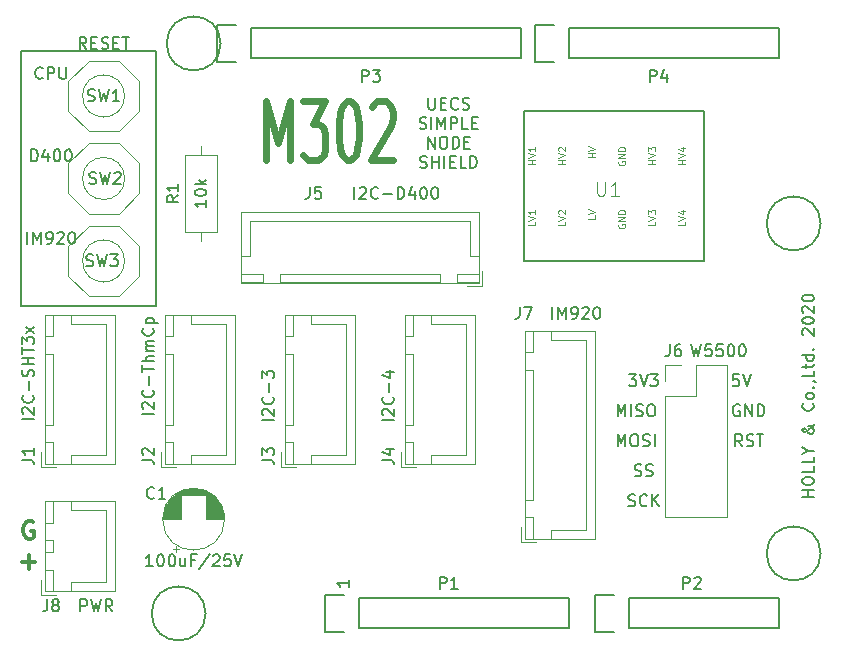
<source format=gbr>
%TF.GenerationSoftware,KiCad,Pcbnew,5.1.6-c6e7f7d~87~ubuntu18.04.1*%
%TF.CreationDate,2020-12-17T14:15:19+09:00*%
%TF.ProjectId,M302,4d333032-2e6b-4696-9361-645f70636258,rev?*%
%TF.SameCoordinates,Original*%
%TF.FileFunction,Legend,Top*%
%TF.FilePolarity,Positive*%
%FSLAX46Y46*%
G04 Gerber Fmt 4.6, Leading zero omitted, Abs format (unit mm)*
G04 Created by KiCad (PCBNEW 5.1.6-c6e7f7d~87~ubuntu18.04.1) date 2020-12-17 14:15:19*
%MOMM*%
%LPD*%
G01*
G04 APERTURE LIST*
%ADD10C,0.150000*%
%ADD11C,0.600000*%
%ADD12C,0.300000*%
%ADD13C,0.120000*%
%ADD14C,0.127000*%
%ADD15C,0.120650*%
%ADD16C,0.048768*%
G04 APERTURE END LIST*
D10*
X146113714Y-80162380D02*
X146113714Y-80971904D01*
X146161333Y-81067142D01*
X146208952Y-81114761D01*
X146304190Y-81162380D01*
X146494666Y-81162380D01*
X146589904Y-81114761D01*
X146637523Y-81067142D01*
X146685142Y-80971904D01*
X146685142Y-80162380D01*
X147161333Y-80638571D02*
X147494666Y-80638571D01*
X147637523Y-81162380D02*
X147161333Y-81162380D01*
X147161333Y-80162380D01*
X147637523Y-80162380D01*
X148637523Y-81067142D02*
X148589904Y-81114761D01*
X148447047Y-81162380D01*
X148351809Y-81162380D01*
X148208952Y-81114761D01*
X148113714Y-81019523D01*
X148066095Y-80924285D01*
X148018476Y-80733809D01*
X148018476Y-80590952D01*
X148066095Y-80400476D01*
X148113714Y-80305238D01*
X148208952Y-80210000D01*
X148351809Y-80162380D01*
X148447047Y-80162380D01*
X148589904Y-80210000D01*
X148637523Y-80257619D01*
X149018476Y-81114761D02*
X149161333Y-81162380D01*
X149399428Y-81162380D01*
X149494666Y-81114761D01*
X149542285Y-81067142D01*
X149589904Y-80971904D01*
X149589904Y-80876666D01*
X149542285Y-80781428D01*
X149494666Y-80733809D01*
X149399428Y-80686190D01*
X149208952Y-80638571D01*
X149113714Y-80590952D01*
X149066095Y-80543333D01*
X149018476Y-80448095D01*
X149018476Y-80352857D01*
X149066095Y-80257619D01*
X149113714Y-80210000D01*
X149208952Y-80162380D01*
X149447047Y-80162380D01*
X149589904Y-80210000D01*
X145375619Y-82764761D02*
X145518476Y-82812380D01*
X145756571Y-82812380D01*
X145851809Y-82764761D01*
X145899428Y-82717142D01*
X145947047Y-82621904D01*
X145947047Y-82526666D01*
X145899428Y-82431428D01*
X145851809Y-82383809D01*
X145756571Y-82336190D01*
X145566095Y-82288571D01*
X145470857Y-82240952D01*
X145423238Y-82193333D01*
X145375619Y-82098095D01*
X145375619Y-82002857D01*
X145423238Y-81907619D01*
X145470857Y-81860000D01*
X145566095Y-81812380D01*
X145804190Y-81812380D01*
X145947047Y-81860000D01*
X146375619Y-82812380D02*
X146375619Y-81812380D01*
X146851809Y-82812380D02*
X146851809Y-81812380D01*
X147185142Y-82526666D01*
X147518476Y-81812380D01*
X147518476Y-82812380D01*
X147994666Y-82812380D02*
X147994666Y-81812380D01*
X148375619Y-81812380D01*
X148470857Y-81860000D01*
X148518476Y-81907619D01*
X148566095Y-82002857D01*
X148566095Y-82145714D01*
X148518476Y-82240952D01*
X148470857Y-82288571D01*
X148375619Y-82336190D01*
X147994666Y-82336190D01*
X149470857Y-82812380D02*
X148994666Y-82812380D01*
X148994666Y-81812380D01*
X149804190Y-82288571D02*
X150137523Y-82288571D01*
X150280380Y-82812380D02*
X149804190Y-82812380D01*
X149804190Y-81812380D01*
X150280380Y-81812380D01*
X146066095Y-84462380D02*
X146066095Y-83462380D01*
X146637523Y-84462380D01*
X146637523Y-83462380D01*
X147304190Y-83462380D02*
X147494666Y-83462380D01*
X147589904Y-83510000D01*
X147685142Y-83605238D01*
X147732761Y-83795714D01*
X147732761Y-84129047D01*
X147685142Y-84319523D01*
X147589904Y-84414761D01*
X147494666Y-84462380D01*
X147304190Y-84462380D01*
X147208952Y-84414761D01*
X147113714Y-84319523D01*
X147066095Y-84129047D01*
X147066095Y-83795714D01*
X147113714Y-83605238D01*
X147208952Y-83510000D01*
X147304190Y-83462380D01*
X148161333Y-84462380D02*
X148161333Y-83462380D01*
X148399428Y-83462380D01*
X148542285Y-83510000D01*
X148637523Y-83605238D01*
X148685142Y-83700476D01*
X148732761Y-83890952D01*
X148732761Y-84033809D01*
X148685142Y-84224285D01*
X148637523Y-84319523D01*
X148542285Y-84414761D01*
X148399428Y-84462380D01*
X148161333Y-84462380D01*
X149161333Y-83938571D02*
X149494666Y-83938571D01*
X149637523Y-84462380D02*
X149161333Y-84462380D01*
X149161333Y-83462380D01*
X149637523Y-83462380D01*
X145423238Y-86064761D02*
X145566095Y-86112380D01*
X145804190Y-86112380D01*
X145899428Y-86064761D01*
X145947047Y-86017142D01*
X145994666Y-85921904D01*
X145994666Y-85826666D01*
X145947047Y-85731428D01*
X145899428Y-85683809D01*
X145804190Y-85636190D01*
X145613714Y-85588571D01*
X145518476Y-85540952D01*
X145470857Y-85493333D01*
X145423238Y-85398095D01*
X145423238Y-85302857D01*
X145470857Y-85207619D01*
X145518476Y-85160000D01*
X145613714Y-85112380D01*
X145851809Y-85112380D01*
X145994666Y-85160000D01*
X146423238Y-86112380D02*
X146423238Y-85112380D01*
X146423238Y-85588571D02*
X146994666Y-85588571D01*
X146994666Y-86112380D02*
X146994666Y-85112380D01*
X147470857Y-86112380D02*
X147470857Y-85112380D01*
X147947047Y-85588571D02*
X148280380Y-85588571D01*
X148423238Y-86112380D02*
X147947047Y-86112380D01*
X147947047Y-85112380D01*
X148423238Y-85112380D01*
X149328000Y-86112380D02*
X148851809Y-86112380D01*
X148851809Y-85112380D01*
X149661333Y-86112380D02*
X149661333Y-85112380D01*
X149899428Y-85112380D01*
X150042285Y-85160000D01*
X150137523Y-85255238D01*
X150185142Y-85350476D01*
X150232761Y-85540952D01*
X150232761Y-85683809D01*
X150185142Y-85874285D01*
X150137523Y-85969523D01*
X150042285Y-86064761D01*
X149899428Y-86112380D01*
X149661333Y-86112380D01*
X163099904Y-103592380D02*
X163718952Y-103592380D01*
X163385619Y-103973333D01*
X163528476Y-103973333D01*
X163623714Y-104020952D01*
X163671333Y-104068571D01*
X163718952Y-104163809D01*
X163718952Y-104401904D01*
X163671333Y-104497142D01*
X163623714Y-104544761D01*
X163528476Y-104592380D01*
X163242761Y-104592380D01*
X163147523Y-104544761D01*
X163099904Y-104497142D01*
X164004666Y-103592380D02*
X164338000Y-104592380D01*
X164671333Y-103592380D01*
X164909428Y-103592380D02*
X165528476Y-103592380D01*
X165195142Y-103973333D01*
X165338000Y-103973333D01*
X165433238Y-104020952D01*
X165480857Y-104068571D01*
X165528476Y-104163809D01*
X165528476Y-104401904D01*
X165480857Y-104497142D01*
X165433238Y-104544761D01*
X165338000Y-104592380D01*
X165052285Y-104592380D01*
X164957047Y-104544761D01*
X164909428Y-104497142D01*
X162131571Y-107132380D02*
X162131571Y-106132380D01*
X162464904Y-106846666D01*
X162798238Y-106132380D01*
X162798238Y-107132380D01*
X163274428Y-107132380D02*
X163274428Y-106132380D01*
X163703000Y-107084761D02*
X163845857Y-107132380D01*
X164083952Y-107132380D01*
X164179190Y-107084761D01*
X164226809Y-107037142D01*
X164274428Y-106941904D01*
X164274428Y-106846666D01*
X164226809Y-106751428D01*
X164179190Y-106703809D01*
X164083952Y-106656190D01*
X163893476Y-106608571D01*
X163798238Y-106560952D01*
X163750619Y-106513333D01*
X163703000Y-106418095D01*
X163703000Y-106322857D01*
X163750619Y-106227619D01*
X163798238Y-106180000D01*
X163893476Y-106132380D01*
X164131571Y-106132380D01*
X164274428Y-106180000D01*
X164893476Y-106132380D02*
X165083952Y-106132380D01*
X165179190Y-106180000D01*
X165274428Y-106275238D01*
X165322047Y-106465714D01*
X165322047Y-106799047D01*
X165274428Y-106989523D01*
X165179190Y-107084761D01*
X165083952Y-107132380D01*
X164893476Y-107132380D01*
X164798238Y-107084761D01*
X164703000Y-106989523D01*
X164655380Y-106799047D01*
X164655380Y-106465714D01*
X164703000Y-106275238D01*
X164798238Y-106180000D01*
X164893476Y-106132380D01*
X162131571Y-109672380D02*
X162131571Y-108672380D01*
X162464904Y-109386666D01*
X162798238Y-108672380D01*
X162798238Y-109672380D01*
X163464904Y-108672380D02*
X163655380Y-108672380D01*
X163750619Y-108720000D01*
X163845857Y-108815238D01*
X163893476Y-109005714D01*
X163893476Y-109339047D01*
X163845857Y-109529523D01*
X163750619Y-109624761D01*
X163655380Y-109672380D01*
X163464904Y-109672380D01*
X163369666Y-109624761D01*
X163274428Y-109529523D01*
X163226809Y-109339047D01*
X163226809Y-109005714D01*
X163274428Y-108815238D01*
X163369666Y-108720000D01*
X163464904Y-108672380D01*
X164274428Y-109624761D02*
X164417285Y-109672380D01*
X164655380Y-109672380D01*
X164750619Y-109624761D01*
X164798238Y-109577142D01*
X164845857Y-109481904D01*
X164845857Y-109386666D01*
X164798238Y-109291428D01*
X164750619Y-109243809D01*
X164655380Y-109196190D01*
X164464904Y-109148571D01*
X164369666Y-109100952D01*
X164322047Y-109053333D01*
X164274428Y-108958095D01*
X164274428Y-108862857D01*
X164322047Y-108767619D01*
X164369666Y-108720000D01*
X164464904Y-108672380D01*
X164703000Y-108672380D01*
X164845857Y-108720000D01*
X165274428Y-109672380D02*
X165274428Y-108672380D01*
X163576095Y-112164761D02*
X163718952Y-112212380D01*
X163957047Y-112212380D01*
X164052285Y-112164761D01*
X164099904Y-112117142D01*
X164147523Y-112021904D01*
X164147523Y-111926666D01*
X164099904Y-111831428D01*
X164052285Y-111783809D01*
X163957047Y-111736190D01*
X163766571Y-111688571D01*
X163671333Y-111640952D01*
X163623714Y-111593333D01*
X163576095Y-111498095D01*
X163576095Y-111402857D01*
X163623714Y-111307619D01*
X163671333Y-111260000D01*
X163766571Y-111212380D01*
X164004666Y-111212380D01*
X164147523Y-111260000D01*
X164528476Y-112164761D02*
X164671333Y-112212380D01*
X164909428Y-112212380D01*
X165004666Y-112164761D01*
X165052285Y-112117142D01*
X165099904Y-112021904D01*
X165099904Y-111926666D01*
X165052285Y-111831428D01*
X165004666Y-111783809D01*
X164909428Y-111736190D01*
X164718952Y-111688571D01*
X164623714Y-111640952D01*
X164576095Y-111593333D01*
X164528476Y-111498095D01*
X164528476Y-111402857D01*
X164576095Y-111307619D01*
X164623714Y-111260000D01*
X164718952Y-111212380D01*
X164957047Y-111212380D01*
X165099904Y-111260000D01*
X163052285Y-114704761D02*
X163195142Y-114752380D01*
X163433238Y-114752380D01*
X163528476Y-114704761D01*
X163576095Y-114657142D01*
X163623714Y-114561904D01*
X163623714Y-114466666D01*
X163576095Y-114371428D01*
X163528476Y-114323809D01*
X163433238Y-114276190D01*
X163242761Y-114228571D01*
X163147523Y-114180952D01*
X163099904Y-114133333D01*
X163052285Y-114038095D01*
X163052285Y-113942857D01*
X163099904Y-113847619D01*
X163147523Y-113800000D01*
X163242761Y-113752380D01*
X163480857Y-113752380D01*
X163623714Y-113800000D01*
X164623714Y-114657142D02*
X164576095Y-114704761D01*
X164433238Y-114752380D01*
X164338000Y-114752380D01*
X164195142Y-114704761D01*
X164099904Y-114609523D01*
X164052285Y-114514285D01*
X164004666Y-114323809D01*
X164004666Y-114180952D01*
X164052285Y-113990476D01*
X164099904Y-113895238D01*
X164195142Y-113800000D01*
X164338000Y-113752380D01*
X164433238Y-113752380D01*
X164576095Y-113800000D01*
X164623714Y-113847619D01*
X165052285Y-114752380D02*
X165052285Y-113752380D01*
X165623714Y-114752380D02*
X165195142Y-114180952D01*
X165623714Y-113752380D02*
X165052285Y-114323809D01*
X172680380Y-109672380D02*
X172347047Y-109196190D01*
X172108952Y-109672380D02*
X172108952Y-108672380D01*
X172489904Y-108672380D01*
X172585142Y-108720000D01*
X172632761Y-108767619D01*
X172680380Y-108862857D01*
X172680380Y-109005714D01*
X172632761Y-109100952D01*
X172585142Y-109148571D01*
X172489904Y-109196190D01*
X172108952Y-109196190D01*
X173061333Y-109624761D02*
X173204190Y-109672380D01*
X173442285Y-109672380D01*
X173537523Y-109624761D01*
X173585142Y-109577142D01*
X173632761Y-109481904D01*
X173632761Y-109386666D01*
X173585142Y-109291428D01*
X173537523Y-109243809D01*
X173442285Y-109196190D01*
X173251809Y-109148571D01*
X173156571Y-109100952D01*
X173108952Y-109053333D01*
X173061333Y-108958095D01*
X173061333Y-108862857D01*
X173108952Y-108767619D01*
X173156571Y-108720000D01*
X173251809Y-108672380D01*
X173489904Y-108672380D01*
X173632761Y-108720000D01*
X173918476Y-108672380D02*
X174489904Y-108672380D01*
X174204190Y-109672380D02*
X174204190Y-108672380D01*
X172466095Y-106180000D02*
X172370857Y-106132380D01*
X172228000Y-106132380D01*
X172085142Y-106180000D01*
X171989904Y-106275238D01*
X171942285Y-106370476D01*
X171894666Y-106560952D01*
X171894666Y-106703809D01*
X171942285Y-106894285D01*
X171989904Y-106989523D01*
X172085142Y-107084761D01*
X172228000Y-107132380D01*
X172323238Y-107132380D01*
X172466095Y-107084761D01*
X172513714Y-107037142D01*
X172513714Y-106703809D01*
X172323238Y-106703809D01*
X172942285Y-107132380D02*
X172942285Y-106132380D01*
X173513714Y-107132380D01*
X173513714Y-106132380D01*
X173989904Y-107132380D02*
X173989904Y-106132380D01*
X174228000Y-106132380D01*
X174370857Y-106180000D01*
X174466095Y-106275238D01*
X174513714Y-106370476D01*
X174561333Y-106560952D01*
X174561333Y-106703809D01*
X174513714Y-106894285D01*
X174466095Y-106989523D01*
X174370857Y-107084761D01*
X174228000Y-107132380D01*
X173989904Y-107132380D01*
X172402523Y-103592380D02*
X171926333Y-103592380D01*
X171878714Y-104068571D01*
X171926333Y-104020952D01*
X172021571Y-103973333D01*
X172259666Y-103973333D01*
X172354904Y-104020952D01*
X172402523Y-104068571D01*
X172450142Y-104163809D01*
X172450142Y-104401904D01*
X172402523Y-104497142D01*
X172354904Y-104544761D01*
X172259666Y-104592380D01*
X172021571Y-104592380D01*
X171926333Y-104544761D01*
X171878714Y-104497142D01*
X172735857Y-103592380D02*
X173069190Y-104592380D01*
X173402523Y-103592380D01*
X178760380Y-113933809D02*
X177760380Y-113933809D01*
X178236571Y-113933809D02*
X178236571Y-113362380D01*
X178760380Y-113362380D02*
X177760380Y-113362380D01*
X177760380Y-112695714D02*
X177760380Y-112505238D01*
X177808000Y-112410000D01*
X177903238Y-112314761D01*
X178093714Y-112267142D01*
X178427047Y-112267142D01*
X178617523Y-112314761D01*
X178712761Y-112410000D01*
X178760380Y-112505238D01*
X178760380Y-112695714D01*
X178712761Y-112790952D01*
X178617523Y-112886190D01*
X178427047Y-112933809D01*
X178093714Y-112933809D01*
X177903238Y-112886190D01*
X177808000Y-112790952D01*
X177760380Y-112695714D01*
X178760380Y-111362380D02*
X178760380Y-111838571D01*
X177760380Y-111838571D01*
X178760380Y-110552857D02*
X178760380Y-111029047D01*
X177760380Y-111029047D01*
X178284190Y-110029047D02*
X178760380Y-110029047D01*
X177760380Y-110362380D02*
X178284190Y-110029047D01*
X177760380Y-109695714D01*
X178760380Y-107790952D02*
X178760380Y-107838571D01*
X178712761Y-107933809D01*
X178569904Y-108076666D01*
X178284190Y-108314761D01*
X178141333Y-108410000D01*
X177998476Y-108457619D01*
X177903238Y-108457619D01*
X177808000Y-108410000D01*
X177760380Y-108314761D01*
X177760380Y-108267142D01*
X177808000Y-108171904D01*
X177903238Y-108124285D01*
X177950857Y-108124285D01*
X178046095Y-108171904D01*
X178093714Y-108219523D01*
X178284190Y-108505238D01*
X178331809Y-108552857D01*
X178427047Y-108600476D01*
X178569904Y-108600476D01*
X178665142Y-108552857D01*
X178712761Y-108505238D01*
X178760380Y-108410000D01*
X178760380Y-108267142D01*
X178712761Y-108171904D01*
X178665142Y-108124285D01*
X178474666Y-107981428D01*
X178331809Y-107933809D01*
X178236571Y-107933809D01*
X178665142Y-106029047D02*
X178712761Y-106076666D01*
X178760380Y-106219523D01*
X178760380Y-106314761D01*
X178712761Y-106457619D01*
X178617523Y-106552857D01*
X178522285Y-106600476D01*
X178331809Y-106648095D01*
X178188952Y-106648095D01*
X177998476Y-106600476D01*
X177903238Y-106552857D01*
X177808000Y-106457619D01*
X177760380Y-106314761D01*
X177760380Y-106219523D01*
X177808000Y-106076666D01*
X177855619Y-106029047D01*
X178760380Y-105457619D02*
X178712761Y-105552857D01*
X178665142Y-105600476D01*
X178569904Y-105648095D01*
X178284190Y-105648095D01*
X178188952Y-105600476D01*
X178141333Y-105552857D01*
X178093714Y-105457619D01*
X178093714Y-105314761D01*
X178141333Y-105219523D01*
X178188952Y-105171904D01*
X178284190Y-105124285D01*
X178569904Y-105124285D01*
X178665142Y-105171904D01*
X178712761Y-105219523D01*
X178760380Y-105314761D01*
X178760380Y-105457619D01*
X178665142Y-104695714D02*
X178712761Y-104648095D01*
X178760380Y-104695714D01*
X178712761Y-104743333D01*
X178665142Y-104695714D01*
X178760380Y-104695714D01*
X178712761Y-104171904D02*
X178760380Y-104171904D01*
X178855619Y-104219523D01*
X178903238Y-104267142D01*
X178760380Y-103267142D02*
X178760380Y-103743333D01*
X177760380Y-103743333D01*
X178093714Y-103076666D02*
X178093714Y-102695714D01*
X177760380Y-102933809D02*
X178617523Y-102933809D01*
X178712761Y-102886190D01*
X178760380Y-102790952D01*
X178760380Y-102695714D01*
X178760380Y-101933809D02*
X177760380Y-101933809D01*
X178712761Y-101933809D02*
X178760380Y-102029047D01*
X178760380Y-102219523D01*
X178712761Y-102314761D01*
X178665142Y-102362380D01*
X178569904Y-102410000D01*
X178284190Y-102410000D01*
X178188952Y-102362380D01*
X178141333Y-102314761D01*
X178093714Y-102219523D01*
X178093714Y-102029047D01*
X178141333Y-101933809D01*
X178665142Y-101457619D02*
X178712761Y-101410000D01*
X178760380Y-101457619D01*
X178712761Y-101505238D01*
X178665142Y-101457619D01*
X178760380Y-101457619D01*
X177855619Y-100267142D02*
X177808000Y-100219523D01*
X177760380Y-100124285D01*
X177760380Y-99886190D01*
X177808000Y-99790952D01*
X177855619Y-99743333D01*
X177950857Y-99695714D01*
X178046095Y-99695714D01*
X178188952Y-99743333D01*
X178760380Y-100314761D01*
X178760380Y-99695714D01*
X177760380Y-99076666D02*
X177760380Y-98981428D01*
X177808000Y-98886190D01*
X177855619Y-98838571D01*
X177950857Y-98790952D01*
X178141333Y-98743333D01*
X178379428Y-98743333D01*
X178569904Y-98790952D01*
X178665142Y-98838571D01*
X178712761Y-98886190D01*
X178760380Y-98981428D01*
X178760380Y-99076666D01*
X178712761Y-99171904D01*
X178665142Y-99219523D01*
X178569904Y-99267142D01*
X178379428Y-99314761D01*
X178141333Y-99314761D01*
X177950857Y-99267142D01*
X177855619Y-99219523D01*
X177808000Y-99171904D01*
X177760380Y-99076666D01*
X177855619Y-98362380D02*
X177808000Y-98314761D01*
X177760380Y-98219523D01*
X177760380Y-97981428D01*
X177808000Y-97886190D01*
X177855619Y-97838571D01*
X177950857Y-97790952D01*
X178046095Y-97790952D01*
X178188952Y-97838571D01*
X178760380Y-98410000D01*
X178760380Y-97790952D01*
X177760380Y-97171904D02*
X177760380Y-97076666D01*
X177808000Y-96981428D01*
X177855619Y-96933809D01*
X177950857Y-96886190D01*
X178141333Y-96838571D01*
X178379428Y-96838571D01*
X178569904Y-96886190D01*
X178665142Y-96933809D01*
X178712761Y-96981428D01*
X178760380Y-97076666D01*
X178760380Y-97171904D01*
X178712761Y-97267142D01*
X178665142Y-97314761D01*
X178569904Y-97362380D01*
X178379428Y-97410000D01*
X178141333Y-97410000D01*
X177950857Y-97362380D01*
X177855619Y-97314761D01*
X177808000Y-97267142D01*
X177760380Y-97171904D01*
D11*
X132382285Y-85446904D02*
X132382285Y-80446904D01*
X133382285Y-84018333D01*
X134382285Y-80446904D01*
X134382285Y-85446904D01*
X135525142Y-80446904D02*
X137382285Y-80446904D01*
X136382285Y-82351666D01*
X136810857Y-82351666D01*
X137096571Y-82589761D01*
X137239428Y-82827857D01*
X137382285Y-83304047D01*
X137382285Y-84494523D01*
X137239428Y-84970714D01*
X137096571Y-85208809D01*
X136810857Y-85446904D01*
X135953714Y-85446904D01*
X135668000Y-85208809D01*
X135525142Y-84970714D01*
X139239428Y-80446904D02*
X139525142Y-80446904D01*
X139810857Y-80685000D01*
X139953714Y-80923095D01*
X140096571Y-81399285D01*
X140239428Y-82351666D01*
X140239428Y-83542142D01*
X140096571Y-84494523D01*
X139953714Y-84970714D01*
X139810857Y-85208809D01*
X139525142Y-85446904D01*
X139239428Y-85446904D01*
X138953714Y-85208809D01*
X138810857Y-84970714D01*
X138668000Y-84494523D01*
X138525142Y-83542142D01*
X138525142Y-82351666D01*
X138668000Y-81399285D01*
X138810857Y-80923095D01*
X138953714Y-80685000D01*
X139239428Y-80446904D01*
X141382285Y-80923095D02*
X141525142Y-80685000D01*
X141810857Y-80446904D01*
X142525142Y-80446904D01*
X142810857Y-80685000D01*
X142953714Y-80923095D01*
X143096571Y-81399285D01*
X143096571Y-81875476D01*
X142953714Y-82589761D01*
X141239428Y-85446904D01*
X143096571Y-85446904D01*
D10*
X117165619Y-76017380D02*
X116832285Y-75541190D01*
X116594190Y-76017380D02*
X116594190Y-75017380D01*
X116975142Y-75017380D01*
X117070380Y-75065000D01*
X117118000Y-75112619D01*
X117165619Y-75207857D01*
X117165619Y-75350714D01*
X117118000Y-75445952D01*
X117070380Y-75493571D01*
X116975142Y-75541190D01*
X116594190Y-75541190D01*
X117594190Y-75493571D02*
X117927523Y-75493571D01*
X118070380Y-76017380D02*
X117594190Y-76017380D01*
X117594190Y-75017380D01*
X118070380Y-75017380D01*
X118451333Y-75969761D02*
X118594190Y-76017380D01*
X118832285Y-76017380D01*
X118927523Y-75969761D01*
X118975142Y-75922142D01*
X119022761Y-75826904D01*
X119022761Y-75731666D01*
X118975142Y-75636428D01*
X118927523Y-75588809D01*
X118832285Y-75541190D01*
X118641809Y-75493571D01*
X118546571Y-75445952D01*
X118498952Y-75398333D01*
X118451333Y-75303095D01*
X118451333Y-75207857D01*
X118498952Y-75112619D01*
X118546571Y-75065000D01*
X118641809Y-75017380D01*
X118879904Y-75017380D01*
X119022761Y-75065000D01*
X119451333Y-75493571D02*
X119784666Y-75493571D01*
X119927523Y-76017380D02*
X119451333Y-76017380D01*
X119451333Y-75017380D01*
X119927523Y-75017380D01*
X120213238Y-75017380D02*
X120784666Y-75017380D01*
X120498952Y-76017380D02*
X120498952Y-75017380D01*
X111633000Y-97790000D02*
X111633000Y-76200000D01*
X123063000Y-97790000D02*
X111633000Y-97790000D01*
X123063000Y-76200000D02*
X123063000Y-97790000D01*
X111633000Y-76200000D02*
X123063000Y-76200000D01*
D12*
X112660857Y-116090000D02*
X112518000Y-116018571D01*
X112303714Y-116018571D01*
X112089428Y-116090000D01*
X111946571Y-116232857D01*
X111875142Y-116375714D01*
X111803714Y-116661428D01*
X111803714Y-116875714D01*
X111875142Y-117161428D01*
X111946571Y-117304285D01*
X112089428Y-117447142D01*
X112303714Y-117518571D01*
X112446571Y-117518571D01*
X112660857Y-117447142D01*
X112732285Y-117375714D01*
X112732285Y-116875714D01*
X112446571Y-116875714D01*
X111696571Y-119487142D02*
X112839428Y-119487142D01*
X112268000Y-120058571D02*
X112268000Y-118915714D01*
D10*
X139390380Y-120999285D02*
X139390380Y-121570714D01*
X139390380Y-121285000D02*
X138390380Y-121285000D01*
X138533238Y-121380238D01*
X138628476Y-121475476D01*
X138676095Y-121570714D01*
D13*
%TO.C,J5*%
X150678000Y-96095000D02*
X150678000Y-94845000D01*
X149428000Y-96095000D02*
X150678000Y-96095000D01*
X131028000Y-90595000D02*
X140328000Y-90595000D01*
X131028000Y-93545000D02*
X131028000Y-90595000D01*
X130278000Y-93545000D02*
X131028000Y-93545000D01*
X149628000Y-90595000D02*
X140328000Y-90595000D01*
X149628000Y-93545000D02*
X149628000Y-90595000D01*
X150378000Y-93545000D02*
X149628000Y-93545000D01*
X130278000Y-95795000D02*
X132078000Y-95795000D01*
X130278000Y-95045000D02*
X130278000Y-95795000D01*
X132078000Y-95045000D02*
X130278000Y-95045000D01*
X132078000Y-95795000D02*
X132078000Y-95045000D01*
X148578000Y-95795000D02*
X150378000Y-95795000D01*
X148578000Y-95045000D02*
X148578000Y-95795000D01*
X150378000Y-95045000D02*
X148578000Y-95045000D01*
X150378000Y-95795000D02*
X150378000Y-95045000D01*
X133578000Y-95795000D02*
X147078000Y-95795000D01*
X133578000Y-95045000D02*
X133578000Y-95795000D01*
X147078000Y-95045000D02*
X133578000Y-95045000D01*
X147078000Y-95795000D02*
X147078000Y-95045000D01*
X130268000Y-95805000D02*
X150388000Y-95805000D01*
X130268000Y-89835000D02*
X130268000Y-95805000D01*
X150388000Y-89835000D02*
X130268000Y-89835000D01*
X150388000Y-95805000D02*
X150388000Y-89835000D01*
%TO.C,SW3*%
X120400530Y-93980000D02*
G75*
G03*
X120400530Y-93980000I-1782530J0D01*
G01*
X121618000Y-95250000D02*
X121618000Y-92710000D01*
X119888000Y-96980000D02*
X121618000Y-95250000D01*
X117348000Y-96980000D02*
X119888000Y-96980000D01*
X115618000Y-95250000D02*
X117348000Y-96980000D01*
X115618000Y-92710000D02*
X115618000Y-95250000D01*
X117348000Y-90980000D02*
X115618000Y-92710000D01*
X119888000Y-90980000D02*
X117348000Y-90980000D01*
X121618000Y-92710000D02*
X119888000Y-90980000D01*
D14*
%TO.C,U1*%
X154178000Y-81280000D02*
X169418000Y-81280000D01*
X154178000Y-93980000D02*
X154178000Y-81280000D01*
X169418000Y-93980000D02*
X154178000Y-93980000D01*
X169418000Y-81280000D02*
X169418000Y-93980000D01*
D13*
%TO.C,J8*%
X113328000Y-122230000D02*
X114578000Y-122230000D01*
X113328000Y-120980000D02*
X113328000Y-122230000D01*
X118828000Y-115080000D02*
X118828000Y-118130000D01*
X115878000Y-115080000D02*
X118828000Y-115080000D01*
X115878000Y-114330000D02*
X115878000Y-115080000D01*
X118828000Y-121180000D02*
X118828000Y-118130000D01*
X115878000Y-121180000D02*
X118828000Y-121180000D01*
X115878000Y-121930000D02*
X115878000Y-121180000D01*
X113628000Y-114330000D02*
X113628000Y-116130000D01*
X114378000Y-114330000D02*
X113628000Y-114330000D01*
X114378000Y-116130000D02*
X114378000Y-114330000D01*
X113628000Y-116130000D02*
X114378000Y-116130000D01*
X113628000Y-120130000D02*
X113628000Y-121930000D01*
X114378000Y-120130000D02*
X113628000Y-120130000D01*
X114378000Y-121930000D02*
X114378000Y-120130000D01*
X113628000Y-121930000D02*
X114378000Y-121930000D01*
X113628000Y-117630000D02*
X113628000Y-118630000D01*
X114378000Y-117630000D02*
X113628000Y-117630000D01*
X114378000Y-118630000D02*
X114378000Y-117630000D01*
X113628000Y-118630000D02*
X114378000Y-118630000D01*
X113618000Y-114320000D02*
X113618000Y-121940000D01*
X119588000Y-114320000D02*
X113618000Y-114320000D01*
X119588000Y-121940000D02*
X119588000Y-114320000D01*
X113618000Y-121940000D02*
X119588000Y-121940000D01*
%TO.C,C1*%
X124513000Y-118394775D02*
X125013000Y-118394775D01*
X124763000Y-118644775D02*
X124763000Y-118144775D01*
X125954000Y-113239000D02*
X126522000Y-113239000D01*
X125720000Y-113279000D02*
X126756000Y-113279000D01*
X125561000Y-113319000D02*
X126915000Y-113319000D01*
X125433000Y-113359000D02*
X127043000Y-113359000D01*
X125323000Y-113399000D02*
X127153000Y-113399000D01*
X125227000Y-113439000D02*
X127249000Y-113439000D01*
X125140000Y-113479000D02*
X127336000Y-113479000D01*
X125060000Y-113519000D02*
X127416000Y-113519000D01*
X124987000Y-113559000D02*
X127489000Y-113559000D01*
X124919000Y-113599000D02*
X127557000Y-113599000D01*
X124855000Y-113639000D02*
X127621000Y-113639000D01*
X124795000Y-113679000D02*
X127681000Y-113679000D01*
X124738000Y-113719000D02*
X127738000Y-113719000D01*
X124684000Y-113759000D02*
X127792000Y-113759000D01*
X124633000Y-113799000D02*
X127843000Y-113799000D01*
X127278000Y-113839000D02*
X127891000Y-113839000D01*
X124585000Y-113839000D02*
X125198000Y-113839000D01*
X127278000Y-113879000D02*
X127937000Y-113879000D01*
X124539000Y-113879000D02*
X125198000Y-113879000D01*
X127278000Y-113919000D02*
X127981000Y-113919000D01*
X124495000Y-113919000D02*
X125198000Y-113919000D01*
X127278000Y-113959000D02*
X128023000Y-113959000D01*
X124453000Y-113959000D02*
X125198000Y-113959000D01*
X127278000Y-113999000D02*
X128064000Y-113999000D01*
X124412000Y-113999000D02*
X125198000Y-113999000D01*
X127278000Y-114039000D02*
X128102000Y-114039000D01*
X124374000Y-114039000D02*
X125198000Y-114039000D01*
X127278000Y-114079000D02*
X128139000Y-114079000D01*
X124337000Y-114079000D02*
X125198000Y-114079000D01*
X127278000Y-114119000D02*
X128175000Y-114119000D01*
X124301000Y-114119000D02*
X125198000Y-114119000D01*
X127278000Y-114159000D02*
X128209000Y-114159000D01*
X124267000Y-114159000D02*
X125198000Y-114159000D01*
X127278000Y-114199000D02*
X128242000Y-114199000D01*
X124234000Y-114199000D02*
X125198000Y-114199000D01*
X127278000Y-114239000D02*
X128273000Y-114239000D01*
X124203000Y-114239000D02*
X125198000Y-114239000D01*
X127278000Y-114279000D02*
X128303000Y-114279000D01*
X124173000Y-114279000D02*
X125198000Y-114279000D01*
X127278000Y-114319000D02*
X128333000Y-114319000D01*
X124143000Y-114319000D02*
X125198000Y-114319000D01*
X127278000Y-114359000D02*
X128360000Y-114359000D01*
X124116000Y-114359000D02*
X125198000Y-114359000D01*
X127278000Y-114399000D02*
X128387000Y-114399000D01*
X124089000Y-114399000D02*
X125198000Y-114399000D01*
X127278000Y-114439000D02*
X128413000Y-114439000D01*
X124063000Y-114439000D02*
X125198000Y-114439000D01*
X127278000Y-114479000D02*
X128438000Y-114479000D01*
X124038000Y-114479000D02*
X125198000Y-114479000D01*
X127278000Y-114519000D02*
X128462000Y-114519000D01*
X124014000Y-114519000D02*
X125198000Y-114519000D01*
X127278000Y-114559000D02*
X128485000Y-114559000D01*
X123991000Y-114559000D02*
X125198000Y-114559000D01*
X127278000Y-114599000D02*
X128506000Y-114599000D01*
X123970000Y-114599000D02*
X125198000Y-114599000D01*
X127278000Y-114639000D02*
X128528000Y-114639000D01*
X123948000Y-114639000D02*
X125198000Y-114639000D01*
X127278000Y-114679000D02*
X128548000Y-114679000D01*
X123928000Y-114679000D02*
X125198000Y-114679000D01*
X127278000Y-114719000D02*
X128567000Y-114719000D01*
X123909000Y-114719000D02*
X125198000Y-114719000D01*
X127278000Y-114759000D02*
X128586000Y-114759000D01*
X123890000Y-114759000D02*
X125198000Y-114759000D01*
X127278000Y-114799000D02*
X128603000Y-114799000D01*
X123873000Y-114799000D02*
X125198000Y-114799000D01*
X127278000Y-114839000D02*
X128620000Y-114839000D01*
X123856000Y-114839000D02*
X125198000Y-114839000D01*
X127278000Y-114879000D02*
X128636000Y-114879000D01*
X123840000Y-114879000D02*
X125198000Y-114879000D01*
X127278000Y-114919000D02*
X128652000Y-114919000D01*
X123824000Y-114919000D02*
X125198000Y-114919000D01*
X127278000Y-114959000D02*
X128666000Y-114959000D01*
X123810000Y-114959000D02*
X125198000Y-114959000D01*
X127278000Y-114999000D02*
X128680000Y-114999000D01*
X123796000Y-114999000D02*
X125198000Y-114999000D01*
X127278000Y-115039000D02*
X128693000Y-115039000D01*
X123783000Y-115039000D02*
X125198000Y-115039000D01*
X127278000Y-115079000D02*
X128706000Y-115079000D01*
X123770000Y-115079000D02*
X125198000Y-115079000D01*
X127278000Y-115119000D02*
X128718000Y-115119000D01*
X123758000Y-115119000D02*
X125198000Y-115119000D01*
X127278000Y-115160000D02*
X128729000Y-115160000D01*
X123747000Y-115160000D02*
X125198000Y-115160000D01*
X127278000Y-115200000D02*
X128739000Y-115200000D01*
X123737000Y-115200000D02*
X125198000Y-115200000D01*
X127278000Y-115240000D02*
X128749000Y-115240000D01*
X123727000Y-115240000D02*
X125198000Y-115240000D01*
X127278000Y-115280000D02*
X128758000Y-115280000D01*
X123718000Y-115280000D02*
X125198000Y-115280000D01*
X127278000Y-115320000D02*
X128766000Y-115320000D01*
X123710000Y-115320000D02*
X125198000Y-115320000D01*
X127278000Y-115360000D02*
X128774000Y-115360000D01*
X123702000Y-115360000D02*
X125198000Y-115360000D01*
X127278000Y-115400000D02*
X128781000Y-115400000D01*
X123695000Y-115400000D02*
X125198000Y-115400000D01*
X127278000Y-115440000D02*
X128788000Y-115440000D01*
X123688000Y-115440000D02*
X125198000Y-115440000D01*
X127278000Y-115480000D02*
X128794000Y-115480000D01*
X123682000Y-115480000D02*
X125198000Y-115480000D01*
X127278000Y-115520000D02*
X128799000Y-115520000D01*
X123677000Y-115520000D02*
X125198000Y-115520000D01*
X127278000Y-115560000D02*
X128803000Y-115560000D01*
X123673000Y-115560000D02*
X125198000Y-115560000D01*
X127278000Y-115600000D02*
X128807000Y-115600000D01*
X123669000Y-115600000D02*
X125198000Y-115600000D01*
X127278000Y-115640000D02*
X128811000Y-115640000D01*
X123665000Y-115640000D02*
X125198000Y-115640000D01*
X127278000Y-115680000D02*
X128814000Y-115680000D01*
X123662000Y-115680000D02*
X125198000Y-115680000D01*
X127278000Y-115720000D02*
X128816000Y-115720000D01*
X123660000Y-115720000D02*
X125198000Y-115720000D01*
X127278000Y-115760000D02*
X128817000Y-115760000D01*
X123659000Y-115760000D02*
X125198000Y-115760000D01*
X123658000Y-115800000D02*
X125198000Y-115800000D01*
X127278000Y-115800000D02*
X128818000Y-115800000D01*
X123658000Y-115840000D02*
X125198000Y-115840000D01*
X127278000Y-115840000D02*
X128818000Y-115840000D01*
X128858000Y-115840000D02*
G75*
G03*
X128858000Y-115840000I-2620000J0D01*
G01*
%TO.C,J7*%
X153968000Y-117785000D02*
X155218000Y-117785000D01*
X153968000Y-116535000D02*
X153968000Y-117785000D01*
X159468000Y-100635000D02*
X159468000Y-108685000D01*
X156518000Y-100635000D02*
X159468000Y-100635000D01*
X156518000Y-99885000D02*
X156518000Y-100635000D01*
X159468000Y-116735000D02*
X159468000Y-108685000D01*
X156518000Y-116735000D02*
X159468000Y-116735000D01*
X156518000Y-117485000D02*
X156518000Y-116735000D01*
X154268000Y-99885000D02*
X154268000Y-101685000D01*
X155018000Y-99885000D02*
X154268000Y-99885000D01*
X155018000Y-101685000D02*
X155018000Y-99885000D01*
X154268000Y-101685000D02*
X155018000Y-101685000D01*
X154268000Y-115685000D02*
X154268000Y-117485000D01*
X155018000Y-115685000D02*
X154268000Y-115685000D01*
X155018000Y-117485000D02*
X155018000Y-115685000D01*
X154268000Y-117485000D02*
X155018000Y-117485000D01*
X154268000Y-103185000D02*
X154268000Y-114185000D01*
X155018000Y-103185000D02*
X154268000Y-103185000D01*
X155018000Y-114185000D02*
X155018000Y-103185000D01*
X154268000Y-114185000D02*
X155018000Y-114185000D01*
X154258000Y-99875000D02*
X154258000Y-117495000D01*
X160228000Y-99875000D02*
X154258000Y-99875000D01*
X160228000Y-117495000D02*
X160228000Y-99875000D01*
X154258000Y-117495000D02*
X160228000Y-117495000D01*
%TO.C,J6*%
X166183000Y-102810000D02*
X167513000Y-102810000D01*
X166183000Y-104140000D02*
X166183000Y-102810000D01*
X168783000Y-102810000D02*
X171383000Y-102810000D01*
X168783000Y-105410000D02*
X168783000Y-102810000D01*
X166183000Y-105410000D02*
X168783000Y-105410000D01*
X171383000Y-102810000D02*
X171383000Y-115630000D01*
X166183000Y-105410000D02*
X166183000Y-115630000D01*
X166183000Y-115630000D02*
X171383000Y-115630000D01*
%TO.C,SW1*%
X115618000Y-81280000D02*
X117348000Y-83010000D01*
X117348000Y-83010000D02*
X119888000Y-83010000D01*
X119888000Y-83010000D02*
X121618000Y-81280000D01*
X121618000Y-81280000D02*
X121618000Y-78740000D01*
X121618000Y-78740000D02*
X119888000Y-77010000D01*
X119888000Y-77010000D02*
X117348000Y-77010000D01*
X117348000Y-77010000D02*
X115618000Y-78740000D01*
X115618000Y-78740000D02*
X115618000Y-81280000D01*
X120400530Y-80010000D02*
G75*
G03*
X120400530Y-80010000I-1782530J0D01*
G01*
%TO.C,R1*%
X126873000Y-84225000D02*
X126873000Y-84995000D01*
X126873000Y-92305000D02*
X126873000Y-91535000D01*
X125503000Y-84995000D02*
X125503000Y-91535000D01*
X128243000Y-84995000D02*
X125503000Y-84995000D01*
X128243000Y-91535000D02*
X128243000Y-84995000D01*
X125503000Y-91535000D02*
X128243000Y-91535000D01*
%TO.C,SW2*%
X115618000Y-88265000D02*
X117348000Y-89995000D01*
X117348000Y-89995000D02*
X119888000Y-89995000D01*
X119888000Y-89995000D02*
X121618000Y-88265000D01*
X121618000Y-88265000D02*
X121618000Y-85725000D01*
X121618000Y-85725000D02*
X119888000Y-83995000D01*
X119888000Y-83995000D02*
X117348000Y-83995000D01*
X117348000Y-83995000D02*
X115618000Y-85725000D01*
X115618000Y-85725000D02*
X115618000Y-88265000D01*
X120400530Y-86995000D02*
G75*
G03*
X120400530Y-86995000I-1782530J0D01*
G01*
D10*
%TO.C,P1*%
X137388000Y-122275000D02*
X137388000Y-125375000D01*
X138938000Y-122275000D02*
X137388000Y-122275000D01*
X140208000Y-125095000D02*
X140208000Y-122555000D01*
X137388000Y-125375000D02*
X138938000Y-125375000D01*
X157988000Y-122555000D02*
X140208000Y-122555000D01*
X157988000Y-125095000D02*
X157988000Y-122555000D01*
X140208000Y-125095000D02*
X157988000Y-125095000D01*
%TO.C,P2*%
X160248000Y-122275000D02*
X160248000Y-125375000D01*
X161798000Y-122275000D02*
X160248000Y-122275000D01*
X163068000Y-125095000D02*
X163068000Y-122555000D01*
X160248000Y-125375000D02*
X161798000Y-125375000D01*
X175768000Y-122555000D02*
X163068000Y-122555000D01*
X175768000Y-125095000D02*
X175768000Y-122555000D01*
X163068000Y-125095000D02*
X175768000Y-125095000D01*
%TO.C,P3*%
X128244000Y-74015000D02*
X128244000Y-77115000D01*
X129794000Y-74015000D02*
X128244000Y-74015000D01*
X131064000Y-76835000D02*
X131064000Y-74295000D01*
X128244000Y-77115000D02*
X129794000Y-77115000D01*
X153924000Y-74295000D02*
X131064000Y-74295000D01*
X153924000Y-76835000D02*
X153924000Y-74295000D01*
X131064000Y-76835000D02*
X153924000Y-76835000D01*
%TO.C,P4*%
X155168000Y-74015000D02*
X155168000Y-77115000D01*
X156718000Y-74015000D02*
X155168000Y-74015000D01*
X157988000Y-76835000D02*
X157988000Y-74295000D01*
X155168000Y-77115000D02*
X156718000Y-77115000D01*
X175768000Y-74295000D02*
X157988000Y-74295000D01*
X175768000Y-76835000D02*
X175768000Y-74295000D01*
X157988000Y-76835000D02*
X175768000Y-76835000D01*
%TO.C,P5*%
X127254000Y-123825000D02*
G75*
G03*
X127254000Y-123825000I-2286000J0D01*
G01*
%TO.C,P6*%
X179324000Y-118745000D02*
G75*
G03*
X179324000Y-118745000I-2286000J0D01*
G01*
%TO.C,P7*%
X128524000Y-75565000D02*
G75*
G03*
X128524000Y-75565000I-2286000J0D01*
G01*
%TO.C,P8*%
X179324000Y-90805000D02*
G75*
G03*
X179324000Y-90805000I-2286000J0D01*
G01*
D13*
%TO.C,J1*%
X113618000Y-111145000D02*
X119588000Y-111145000D01*
X119588000Y-111145000D02*
X119588000Y-98525000D01*
X119588000Y-98525000D02*
X113618000Y-98525000D01*
X113618000Y-98525000D02*
X113618000Y-111145000D01*
X113628000Y-107835000D02*
X114378000Y-107835000D01*
X114378000Y-107835000D02*
X114378000Y-101835000D01*
X114378000Y-101835000D02*
X113628000Y-101835000D01*
X113628000Y-101835000D02*
X113628000Y-107835000D01*
X113628000Y-111135000D02*
X114378000Y-111135000D01*
X114378000Y-111135000D02*
X114378000Y-109335000D01*
X114378000Y-109335000D02*
X113628000Y-109335000D01*
X113628000Y-109335000D02*
X113628000Y-111135000D01*
X113628000Y-100335000D02*
X114378000Y-100335000D01*
X114378000Y-100335000D02*
X114378000Y-98535000D01*
X114378000Y-98535000D02*
X113628000Y-98535000D01*
X113628000Y-98535000D02*
X113628000Y-100335000D01*
X115878000Y-111135000D02*
X115878000Y-110385000D01*
X115878000Y-110385000D02*
X118828000Y-110385000D01*
X118828000Y-110385000D02*
X118828000Y-104835000D01*
X115878000Y-98535000D02*
X115878000Y-99285000D01*
X115878000Y-99285000D02*
X118828000Y-99285000D01*
X118828000Y-99285000D02*
X118828000Y-104835000D01*
X113328000Y-110185000D02*
X113328000Y-111435000D01*
X113328000Y-111435000D02*
X114578000Y-111435000D01*
%TO.C,J2*%
X123488000Y-111435000D02*
X124738000Y-111435000D01*
X123488000Y-110185000D02*
X123488000Y-111435000D01*
X128988000Y-99285000D02*
X128988000Y-104835000D01*
X126038000Y-99285000D02*
X128988000Y-99285000D01*
X126038000Y-98535000D02*
X126038000Y-99285000D01*
X128988000Y-110385000D02*
X128988000Y-104835000D01*
X126038000Y-110385000D02*
X128988000Y-110385000D01*
X126038000Y-111135000D02*
X126038000Y-110385000D01*
X123788000Y-98535000D02*
X123788000Y-100335000D01*
X124538000Y-98535000D02*
X123788000Y-98535000D01*
X124538000Y-100335000D02*
X124538000Y-98535000D01*
X123788000Y-100335000D02*
X124538000Y-100335000D01*
X123788000Y-109335000D02*
X123788000Y-111135000D01*
X124538000Y-109335000D02*
X123788000Y-109335000D01*
X124538000Y-111135000D02*
X124538000Y-109335000D01*
X123788000Y-111135000D02*
X124538000Y-111135000D01*
X123788000Y-101835000D02*
X123788000Y-107835000D01*
X124538000Y-101835000D02*
X123788000Y-101835000D01*
X124538000Y-107835000D02*
X124538000Y-101835000D01*
X123788000Y-107835000D02*
X124538000Y-107835000D01*
X123778000Y-98525000D02*
X123778000Y-111145000D01*
X129748000Y-98525000D02*
X123778000Y-98525000D01*
X129748000Y-111145000D02*
X129748000Y-98525000D01*
X123778000Y-111145000D02*
X129748000Y-111145000D01*
%TO.C,J3*%
X133938000Y-111145000D02*
X139908000Y-111145000D01*
X139908000Y-111145000D02*
X139908000Y-98525000D01*
X139908000Y-98525000D02*
X133938000Y-98525000D01*
X133938000Y-98525000D02*
X133938000Y-111145000D01*
X133948000Y-107835000D02*
X134698000Y-107835000D01*
X134698000Y-107835000D02*
X134698000Y-101835000D01*
X134698000Y-101835000D02*
X133948000Y-101835000D01*
X133948000Y-101835000D02*
X133948000Y-107835000D01*
X133948000Y-111135000D02*
X134698000Y-111135000D01*
X134698000Y-111135000D02*
X134698000Y-109335000D01*
X134698000Y-109335000D02*
X133948000Y-109335000D01*
X133948000Y-109335000D02*
X133948000Y-111135000D01*
X133948000Y-100335000D02*
X134698000Y-100335000D01*
X134698000Y-100335000D02*
X134698000Y-98535000D01*
X134698000Y-98535000D02*
X133948000Y-98535000D01*
X133948000Y-98535000D02*
X133948000Y-100335000D01*
X136198000Y-111135000D02*
X136198000Y-110385000D01*
X136198000Y-110385000D02*
X139148000Y-110385000D01*
X139148000Y-110385000D02*
X139148000Y-104835000D01*
X136198000Y-98535000D02*
X136198000Y-99285000D01*
X136198000Y-99285000D02*
X139148000Y-99285000D01*
X139148000Y-99285000D02*
X139148000Y-104835000D01*
X133648000Y-110185000D02*
X133648000Y-111435000D01*
X133648000Y-111435000D02*
X134898000Y-111435000D01*
%TO.C,J4*%
X143808000Y-111435000D02*
X145058000Y-111435000D01*
X143808000Y-110185000D02*
X143808000Y-111435000D01*
X149308000Y-99285000D02*
X149308000Y-104835000D01*
X146358000Y-99285000D02*
X149308000Y-99285000D01*
X146358000Y-98535000D02*
X146358000Y-99285000D01*
X149308000Y-110385000D02*
X149308000Y-104835000D01*
X146358000Y-110385000D02*
X149308000Y-110385000D01*
X146358000Y-111135000D02*
X146358000Y-110385000D01*
X144108000Y-98535000D02*
X144108000Y-100335000D01*
X144858000Y-98535000D02*
X144108000Y-98535000D01*
X144858000Y-100335000D02*
X144858000Y-98535000D01*
X144108000Y-100335000D02*
X144858000Y-100335000D01*
X144108000Y-109335000D02*
X144108000Y-111135000D01*
X144858000Y-109335000D02*
X144108000Y-109335000D01*
X144858000Y-111135000D02*
X144858000Y-109335000D01*
X144108000Y-111135000D02*
X144858000Y-111135000D01*
X144108000Y-101835000D02*
X144108000Y-107835000D01*
X144858000Y-101835000D02*
X144108000Y-101835000D01*
X144858000Y-107835000D02*
X144858000Y-101835000D01*
X144108000Y-107835000D02*
X144858000Y-107835000D01*
X144098000Y-98525000D02*
X144098000Y-111145000D01*
X150068000Y-98525000D02*
X144098000Y-98525000D01*
X150068000Y-111145000D02*
X150068000Y-98525000D01*
X144098000Y-111145000D02*
X150068000Y-111145000D01*
%TO.C,J5*%
D10*
X136064666Y-87717380D02*
X136064666Y-88431666D01*
X136017047Y-88574523D01*
X135921809Y-88669761D01*
X135778952Y-88717380D01*
X135683714Y-88717380D01*
X137017047Y-87717380D02*
X136540857Y-87717380D01*
X136493238Y-88193571D01*
X136540857Y-88145952D01*
X136636095Y-88098333D01*
X136874190Y-88098333D01*
X136969428Y-88145952D01*
X137017047Y-88193571D01*
X137064666Y-88288809D01*
X137064666Y-88526904D01*
X137017047Y-88622142D01*
X136969428Y-88669761D01*
X136874190Y-88717380D01*
X136636095Y-88717380D01*
X136540857Y-88669761D01*
X136493238Y-88622142D01*
X139859190Y-88717380D02*
X139859190Y-87717380D01*
X140287761Y-87812619D02*
X140335380Y-87765000D01*
X140430619Y-87717380D01*
X140668714Y-87717380D01*
X140763952Y-87765000D01*
X140811571Y-87812619D01*
X140859190Y-87907857D01*
X140859190Y-88003095D01*
X140811571Y-88145952D01*
X140240142Y-88717380D01*
X140859190Y-88717380D01*
X141859190Y-88622142D02*
X141811571Y-88669761D01*
X141668714Y-88717380D01*
X141573476Y-88717380D01*
X141430619Y-88669761D01*
X141335380Y-88574523D01*
X141287761Y-88479285D01*
X141240142Y-88288809D01*
X141240142Y-88145952D01*
X141287761Y-87955476D01*
X141335380Y-87860238D01*
X141430619Y-87765000D01*
X141573476Y-87717380D01*
X141668714Y-87717380D01*
X141811571Y-87765000D01*
X141859190Y-87812619D01*
X142287761Y-88336428D02*
X143049666Y-88336428D01*
X143525857Y-88717380D02*
X143525857Y-87717380D01*
X143763952Y-87717380D01*
X143906809Y-87765000D01*
X144002047Y-87860238D01*
X144049666Y-87955476D01*
X144097285Y-88145952D01*
X144097285Y-88288809D01*
X144049666Y-88479285D01*
X144002047Y-88574523D01*
X143906809Y-88669761D01*
X143763952Y-88717380D01*
X143525857Y-88717380D01*
X144954428Y-88050714D02*
X144954428Y-88717380D01*
X144716333Y-87669761D02*
X144478238Y-88384047D01*
X145097285Y-88384047D01*
X145668714Y-87717380D02*
X145763952Y-87717380D01*
X145859190Y-87765000D01*
X145906809Y-87812619D01*
X145954428Y-87907857D01*
X146002047Y-88098333D01*
X146002047Y-88336428D01*
X145954428Y-88526904D01*
X145906809Y-88622142D01*
X145859190Y-88669761D01*
X145763952Y-88717380D01*
X145668714Y-88717380D01*
X145573476Y-88669761D01*
X145525857Y-88622142D01*
X145478238Y-88526904D01*
X145430619Y-88336428D01*
X145430619Y-88098333D01*
X145478238Y-87907857D01*
X145525857Y-87812619D01*
X145573476Y-87765000D01*
X145668714Y-87717380D01*
X146621095Y-87717380D02*
X146716333Y-87717380D01*
X146811571Y-87765000D01*
X146859190Y-87812619D01*
X146906809Y-87907857D01*
X146954428Y-88098333D01*
X146954428Y-88336428D01*
X146906809Y-88526904D01*
X146859190Y-88622142D01*
X146811571Y-88669761D01*
X146716333Y-88717380D01*
X146621095Y-88717380D01*
X146525857Y-88669761D01*
X146478238Y-88622142D01*
X146430619Y-88526904D01*
X146383000Y-88336428D01*
X146383000Y-88098333D01*
X146430619Y-87907857D01*
X146478238Y-87812619D01*
X146525857Y-87765000D01*
X146621095Y-87717380D01*
%TO.C,SW3*%
X117157666Y-94384761D02*
X117300523Y-94432380D01*
X117538619Y-94432380D01*
X117633857Y-94384761D01*
X117681476Y-94337142D01*
X117729095Y-94241904D01*
X117729095Y-94146666D01*
X117681476Y-94051428D01*
X117633857Y-94003809D01*
X117538619Y-93956190D01*
X117348142Y-93908571D01*
X117252904Y-93860952D01*
X117205285Y-93813333D01*
X117157666Y-93718095D01*
X117157666Y-93622857D01*
X117205285Y-93527619D01*
X117252904Y-93480000D01*
X117348142Y-93432380D01*
X117586238Y-93432380D01*
X117729095Y-93480000D01*
X118062428Y-93432380D02*
X118300523Y-94432380D01*
X118491000Y-93718095D01*
X118681476Y-94432380D01*
X118919571Y-93432380D01*
X119205285Y-93432380D02*
X119824333Y-93432380D01*
X119491000Y-93813333D01*
X119633857Y-93813333D01*
X119729095Y-93860952D01*
X119776714Y-93908571D01*
X119824333Y-94003809D01*
X119824333Y-94241904D01*
X119776714Y-94337142D01*
X119729095Y-94384761D01*
X119633857Y-94432380D01*
X119348142Y-94432380D01*
X119252904Y-94384761D01*
X119205285Y-94337142D01*
X112173000Y-92527380D02*
X112173000Y-91527380D01*
X112649190Y-92527380D02*
X112649190Y-91527380D01*
X112982523Y-92241666D01*
X113315857Y-91527380D01*
X113315857Y-92527380D01*
X113839666Y-92527380D02*
X114030142Y-92527380D01*
X114125380Y-92479761D01*
X114173000Y-92432142D01*
X114268238Y-92289285D01*
X114315857Y-92098809D01*
X114315857Y-91717857D01*
X114268238Y-91622619D01*
X114220619Y-91575000D01*
X114125380Y-91527380D01*
X113934904Y-91527380D01*
X113839666Y-91575000D01*
X113792047Y-91622619D01*
X113744428Y-91717857D01*
X113744428Y-91955952D01*
X113792047Y-92051190D01*
X113839666Y-92098809D01*
X113934904Y-92146428D01*
X114125380Y-92146428D01*
X114220619Y-92098809D01*
X114268238Y-92051190D01*
X114315857Y-91955952D01*
X114696809Y-91622619D02*
X114744428Y-91575000D01*
X114839666Y-91527380D01*
X115077761Y-91527380D01*
X115173000Y-91575000D01*
X115220619Y-91622619D01*
X115268238Y-91717857D01*
X115268238Y-91813095D01*
X115220619Y-91955952D01*
X114649190Y-92527380D01*
X115268238Y-92527380D01*
X115887285Y-91527380D02*
X115982523Y-91527380D01*
X116077761Y-91575000D01*
X116125380Y-91622619D01*
X116173000Y-91717857D01*
X116220619Y-91908333D01*
X116220619Y-92146428D01*
X116173000Y-92336904D01*
X116125380Y-92432142D01*
X116077761Y-92479761D01*
X115982523Y-92527380D01*
X115887285Y-92527380D01*
X115792047Y-92479761D01*
X115744428Y-92432142D01*
X115696809Y-92336904D01*
X115649190Y-92146428D01*
X115649190Y-91908333D01*
X115696809Y-91717857D01*
X115744428Y-91622619D01*
X115792047Y-91575000D01*
X115887285Y-91527380D01*
%TO.C,U1*%
D15*
X160385684Y-87255047D02*
X160385684Y-88231738D01*
X160443136Y-88346642D01*
X160500589Y-88404095D01*
X160615493Y-88461547D01*
X160845303Y-88461547D01*
X160960208Y-88404095D01*
X161017660Y-88346642D01*
X161075112Y-88231738D01*
X161075112Y-87255047D01*
X162281612Y-88461547D02*
X161592184Y-88461547D01*
X161936898Y-88461547D02*
X161936898Y-87255047D01*
X161821993Y-87427404D01*
X161707089Y-87542309D01*
X161592184Y-87599761D01*
D16*
X155166422Y-90669784D02*
X155166422Y-90945556D01*
X154587302Y-90945556D01*
X154587302Y-90559476D02*
X155166422Y-90366436D01*
X154587302Y-90173396D01*
X155166422Y-89677007D02*
X155166422Y-90007933D01*
X155166422Y-89842470D02*
X154587302Y-89842470D01*
X154670034Y-89897624D01*
X154725188Y-89952779D01*
X154752765Y-90007933D01*
X157706422Y-90669784D02*
X157706422Y-90945556D01*
X157127302Y-90945556D01*
X157127302Y-90559476D02*
X157706422Y-90366436D01*
X157127302Y-90173396D01*
X157182457Y-90007933D02*
X157154880Y-89980356D01*
X157127302Y-89925202D01*
X157127302Y-89787316D01*
X157154880Y-89732162D01*
X157182457Y-89704584D01*
X157237611Y-89677007D01*
X157292765Y-89677007D01*
X157375497Y-89704584D01*
X157706422Y-90035510D01*
X157706422Y-89677007D01*
X160246422Y-90118242D02*
X160246422Y-90394013D01*
X159667302Y-90394013D01*
X159667302Y-90007933D02*
X160246422Y-89814893D01*
X159667302Y-89621853D01*
X162234880Y-90890402D02*
X162207302Y-90945556D01*
X162207302Y-91028287D01*
X162234880Y-91111019D01*
X162290034Y-91166173D01*
X162345188Y-91193750D01*
X162455497Y-91221327D01*
X162538228Y-91221327D01*
X162648537Y-91193750D01*
X162703691Y-91166173D01*
X162758845Y-91111019D01*
X162786422Y-91028287D01*
X162786422Y-90973133D01*
X162758845Y-90890402D01*
X162731268Y-90862824D01*
X162538228Y-90862824D01*
X162538228Y-90973133D01*
X162786422Y-90614630D02*
X162207302Y-90614630D01*
X162786422Y-90283704D01*
X162207302Y-90283704D01*
X162786422Y-90007933D02*
X162207302Y-90007933D01*
X162207302Y-89870047D01*
X162234880Y-89787316D01*
X162290034Y-89732162D01*
X162345188Y-89704584D01*
X162455497Y-89677007D01*
X162538228Y-89677007D01*
X162648537Y-89704584D01*
X162703691Y-89732162D01*
X162758845Y-89787316D01*
X162786422Y-89870047D01*
X162786422Y-90007933D01*
X165326422Y-90669784D02*
X165326422Y-90945556D01*
X164747302Y-90945556D01*
X164747302Y-90559476D02*
X165326422Y-90366436D01*
X164747302Y-90173396D01*
X164747302Y-90035510D02*
X164747302Y-89677007D01*
X164967920Y-89870047D01*
X164967920Y-89787316D01*
X164995497Y-89732162D01*
X165023074Y-89704584D01*
X165078228Y-89677007D01*
X165216114Y-89677007D01*
X165271268Y-89704584D01*
X165298845Y-89732162D01*
X165326422Y-89787316D01*
X165326422Y-89952779D01*
X165298845Y-90007933D01*
X165271268Y-90035510D01*
X167866422Y-90669784D02*
X167866422Y-90945556D01*
X167287302Y-90945556D01*
X167287302Y-90559476D02*
X167866422Y-90366436D01*
X167287302Y-90173396D01*
X167480342Y-89732162D02*
X167866422Y-89732162D01*
X167259725Y-89870047D02*
X167673382Y-90007933D01*
X167673382Y-89649430D01*
X155166422Y-85749442D02*
X154587302Y-85749442D01*
X154863074Y-85749442D02*
X154863074Y-85418516D01*
X155166422Y-85418516D02*
X154587302Y-85418516D01*
X154587302Y-85225476D02*
X155166422Y-85032436D01*
X154587302Y-84839396D01*
X155166422Y-84343007D02*
X155166422Y-84673933D01*
X155166422Y-84508470D02*
X154587302Y-84508470D01*
X154670034Y-84563624D01*
X154725188Y-84618779D01*
X154752765Y-84673933D01*
X157706422Y-85749442D02*
X157127302Y-85749442D01*
X157403074Y-85749442D02*
X157403074Y-85418516D01*
X157706422Y-85418516D02*
X157127302Y-85418516D01*
X157127302Y-85225476D02*
X157706422Y-85032436D01*
X157127302Y-84839396D01*
X157182457Y-84673933D02*
X157154880Y-84646356D01*
X157127302Y-84591202D01*
X157127302Y-84453316D01*
X157154880Y-84398162D01*
X157182457Y-84370584D01*
X157237611Y-84343007D01*
X157292765Y-84343007D01*
X157375497Y-84370584D01*
X157706422Y-84701510D01*
X157706422Y-84343007D01*
X160246422Y-85197899D02*
X159667302Y-85197899D01*
X159943074Y-85197899D02*
X159943074Y-84866973D01*
X160246422Y-84866973D02*
X159667302Y-84866973D01*
X159667302Y-84673933D02*
X160246422Y-84480893D01*
X159667302Y-84287853D01*
X162234880Y-85556402D02*
X162207302Y-85611556D01*
X162207302Y-85694287D01*
X162234880Y-85777019D01*
X162290034Y-85832173D01*
X162345188Y-85859750D01*
X162455497Y-85887327D01*
X162538228Y-85887327D01*
X162648537Y-85859750D01*
X162703691Y-85832173D01*
X162758845Y-85777019D01*
X162786422Y-85694287D01*
X162786422Y-85639133D01*
X162758845Y-85556402D01*
X162731268Y-85528824D01*
X162538228Y-85528824D01*
X162538228Y-85639133D01*
X162786422Y-85280630D02*
X162207302Y-85280630D01*
X162786422Y-84949704D01*
X162207302Y-84949704D01*
X162786422Y-84673933D02*
X162207302Y-84673933D01*
X162207302Y-84536047D01*
X162234880Y-84453316D01*
X162290034Y-84398162D01*
X162345188Y-84370584D01*
X162455497Y-84343007D01*
X162538228Y-84343007D01*
X162648537Y-84370584D01*
X162703691Y-84398162D01*
X162758845Y-84453316D01*
X162786422Y-84536047D01*
X162786422Y-84673933D01*
X165326422Y-85749442D02*
X164747302Y-85749442D01*
X165023074Y-85749442D02*
X165023074Y-85418516D01*
X165326422Y-85418516D02*
X164747302Y-85418516D01*
X164747302Y-85225476D02*
X165326422Y-85032436D01*
X164747302Y-84839396D01*
X164747302Y-84701510D02*
X164747302Y-84343007D01*
X164967920Y-84536047D01*
X164967920Y-84453316D01*
X164995497Y-84398162D01*
X165023074Y-84370584D01*
X165078228Y-84343007D01*
X165216114Y-84343007D01*
X165271268Y-84370584D01*
X165298845Y-84398162D01*
X165326422Y-84453316D01*
X165326422Y-84618779D01*
X165298845Y-84673933D01*
X165271268Y-84701510D01*
X167866422Y-85749442D02*
X167287302Y-85749442D01*
X167563074Y-85749442D02*
X167563074Y-85418516D01*
X167866422Y-85418516D02*
X167287302Y-85418516D01*
X167287302Y-85225476D02*
X167866422Y-85032436D01*
X167287302Y-84839396D01*
X167480342Y-84398162D02*
X167866422Y-84398162D01*
X167259725Y-84536047D02*
X167673382Y-84673933D01*
X167673382Y-84315430D01*
%TO.C,J8*%
D10*
X113839666Y-122642380D02*
X113839666Y-123356666D01*
X113792047Y-123499523D01*
X113696809Y-123594761D01*
X113553952Y-123642380D01*
X113458714Y-123642380D01*
X114458714Y-123070952D02*
X114363476Y-123023333D01*
X114315857Y-122975714D01*
X114268238Y-122880476D01*
X114268238Y-122832857D01*
X114315857Y-122737619D01*
X114363476Y-122690000D01*
X114458714Y-122642380D01*
X114649190Y-122642380D01*
X114744428Y-122690000D01*
X114792047Y-122737619D01*
X114839666Y-122832857D01*
X114839666Y-122880476D01*
X114792047Y-122975714D01*
X114744428Y-123023333D01*
X114649190Y-123070952D01*
X114458714Y-123070952D01*
X114363476Y-123118571D01*
X114315857Y-123166190D01*
X114268238Y-123261428D01*
X114268238Y-123451904D01*
X114315857Y-123547142D01*
X114363476Y-123594761D01*
X114458714Y-123642380D01*
X114649190Y-123642380D01*
X114744428Y-123594761D01*
X114792047Y-123547142D01*
X114839666Y-123451904D01*
X114839666Y-123261428D01*
X114792047Y-123166190D01*
X114744428Y-123118571D01*
X114649190Y-123070952D01*
X116649666Y-123642380D02*
X116649666Y-122642380D01*
X117030619Y-122642380D01*
X117125857Y-122690000D01*
X117173476Y-122737619D01*
X117221095Y-122832857D01*
X117221095Y-122975714D01*
X117173476Y-123070952D01*
X117125857Y-123118571D01*
X117030619Y-123166190D01*
X116649666Y-123166190D01*
X117554428Y-122642380D02*
X117792523Y-123642380D01*
X117983000Y-122928095D01*
X118173476Y-123642380D01*
X118411571Y-122642380D01*
X119363952Y-123642380D02*
X119030619Y-123166190D01*
X118792523Y-123642380D02*
X118792523Y-122642380D01*
X119173476Y-122642380D01*
X119268714Y-122690000D01*
X119316333Y-122737619D01*
X119363952Y-122832857D01*
X119363952Y-122975714D01*
X119316333Y-123070952D01*
X119268714Y-123118571D01*
X119173476Y-123166190D01*
X118792523Y-123166190D01*
%TO.C,C1*%
X122896333Y-114022142D02*
X122848714Y-114069761D01*
X122705857Y-114117380D01*
X122610619Y-114117380D01*
X122467761Y-114069761D01*
X122372523Y-113974523D01*
X122324904Y-113879285D01*
X122277285Y-113688809D01*
X122277285Y-113545952D01*
X122324904Y-113355476D01*
X122372523Y-113260238D01*
X122467761Y-113165000D01*
X122610619Y-113117380D01*
X122705857Y-113117380D01*
X122848714Y-113165000D01*
X122896333Y-113212619D01*
X123848714Y-114117380D02*
X123277285Y-114117380D01*
X123563000Y-114117380D02*
X123563000Y-113117380D01*
X123467761Y-113260238D01*
X123372523Y-113355476D01*
X123277285Y-113403095D01*
X122785619Y-119832380D02*
X122214190Y-119832380D01*
X122499904Y-119832380D02*
X122499904Y-118832380D01*
X122404666Y-118975238D01*
X122309428Y-119070476D01*
X122214190Y-119118095D01*
X123404666Y-118832380D02*
X123499904Y-118832380D01*
X123595142Y-118880000D01*
X123642761Y-118927619D01*
X123690380Y-119022857D01*
X123738000Y-119213333D01*
X123738000Y-119451428D01*
X123690380Y-119641904D01*
X123642761Y-119737142D01*
X123595142Y-119784761D01*
X123499904Y-119832380D01*
X123404666Y-119832380D01*
X123309428Y-119784761D01*
X123261809Y-119737142D01*
X123214190Y-119641904D01*
X123166571Y-119451428D01*
X123166571Y-119213333D01*
X123214190Y-119022857D01*
X123261809Y-118927619D01*
X123309428Y-118880000D01*
X123404666Y-118832380D01*
X124357047Y-118832380D02*
X124452285Y-118832380D01*
X124547523Y-118880000D01*
X124595142Y-118927619D01*
X124642761Y-119022857D01*
X124690380Y-119213333D01*
X124690380Y-119451428D01*
X124642761Y-119641904D01*
X124595142Y-119737142D01*
X124547523Y-119784761D01*
X124452285Y-119832380D01*
X124357047Y-119832380D01*
X124261809Y-119784761D01*
X124214190Y-119737142D01*
X124166571Y-119641904D01*
X124118952Y-119451428D01*
X124118952Y-119213333D01*
X124166571Y-119022857D01*
X124214190Y-118927619D01*
X124261809Y-118880000D01*
X124357047Y-118832380D01*
X125547523Y-119165714D02*
X125547523Y-119832380D01*
X125118952Y-119165714D02*
X125118952Y-119689523D01*
X125166571Y-119784761D01*
X125261809Y-119832380D01*
X125404666Y-119832380D01*
X125499904Y-119784761D01*
X125547523Y-119737142D01*
X126357047Y-119308571D02*
X126023714Y-119308571D01*
X126023714Y-119832380D02*
X126023714Y-118832380D01*
X126499904Y-118832380D01*
X127595142Y-118784761D02*
X126738000Y-120070476D01*
X127880857Y-118927619D02*
X127928476Y-118880000D01*
X128023714Y-118832380D01*
X128261809Y-118832380D01*
X128357047Y-118880000D01*
X128404666Y-118927619D01*
X128452285Y-119022857D01*
X128452285Y-119118095D01*
X128404666Y-119260952D01*
X127833238Y-119832380D01*
X128452285Y-119832380D01*
X129357047Y-118832380D02*
X128880857Y-118832380D01*
X128833238Y-119308571D01*
X128880857Y-119260952D01*
X128976095Y-119213333D01*
X129214190Y-119213333D01*
X129309428Y-119260952D01*
X129357047Y-119308571D01*
X129404666Y-119403809D01*
X129404666Y-119641904D01*
X129357047Y-119737142D01*
X129309428Y-119784761D01*
X129214190Y-119832380D01*
X128976095Y-119832380D01*
X128880857Y-119784761D01*
X128833238Y-119737142D01*
X129690380Y-118832380D02*
X130023714Y-119832380D01*
X130357047Y-118832380D01*
%TO.C,J7*%
X153844666Y-97877380D02*
X153844666Y-98591666D01*
X153797047Y-98734523D01*
X153701809Y-98829761D01*
X153558952Y-98877380D01*
X153463714Y-98877380D01*
X154225619Y-97877380D02*
X154892285Y-97877380D01*
X154463714Y-98877380D01*
X156623000Y-98877380D02*
X156623000Y-97877380D01*
X157099190Y-98877380D02*
X157099190Y-97877380D01*
X157432523Y-98591666D01*
X157765857Y-97877380D01*
X157765857Y-98877380D01*
X158289666Y-98877380D02*
X158480142Y-98877380D01*
X158575380Y-98829761D01*
X158623000Y-98782142D01*
X158718238Y-98639285D01*
X158765857Y-98448809D01*
X158765857Y-98067857D01*
X158718238Y-97972619D01*
X158670619Y-97925000D01*
X158575380Y-97877380D01*
X158384904Y-97877380D01*
X158289666Y-97925000D01*
X158242047Y-97972619D01*
X158194428Y-98067857D01*
X158194428Y-98305952D01*
X158242047Y-98401190D01*
X158289666Y-98448809D01*
X158384904Y-98496428D01*
X158575380Y-98496428D01*
X158670619Y-98448809D01*
X158718238Y-98401190D01*
X158765857Y-98305952D01*
X159146809Y-97972619D02*
X159194428Y-97925000D01*
X159289666Y-97877380D01*
X159527761Y-97877380D01*
X159623000Y-97925000D01*
X159670619Y-97972619D01*
X159718238Y-98067857D01*
X159718238Y-98163095D01*
X159670619Y-98305952D01*
X159099190Y-98877380D01*
X159718238Y-98877380D01*
X160337285Y-97877380D02*
X160432523Y-97877380D01*
X160527761Y-97925000D01*
X160575380Y-97972619D01*
X160623000Y-98067857D01*
X160670619Y-98258333D01*
X160670619Y-98496428D01*
X160623000Y-98686904D01*
X160575380Y-98782142D01*
X160527761Y-98829761D01*
X160432523Y-98877380D01*
X160337285Y-98877380D01*
X160242047Y-98829761D01*
X160194428Y-98782142D01*
X160146809Y-98686904D01*
X160099190Y-98496428D01*
X160099190Y-98258333D01*
X160146809Y-98067857D01*
X160194428Y-97972619D01*
X160242047Y-97925000D01*
X160337285Y-97877380D01*
%TO.C,J6*%
X166544666Y-101052380D02*
X166544666Y-101766666D01*
X166497047Y-101909523D01*
X166401809Y-102004761D01*
X166258952Y-102052380D01*
X166163714Y-102052380D01*
X167449428Y-101052380D02*
X167258952Y-101052380D01*
X167163714Y-101100000D01*
X167116095Y-101147619D01*
X167020857Y-101290476D01*
X166973238Y-101480952D01*
X166973238Y-101861904D01*
X167020857Y-101957142D01*
X167068476Y-102004761D01*
X167163714Y-102052380D01*
X167354190Y-102052380D01*
X167449428Y-102004761D01*
X167497047Y-101957142D01*
X167544666Y-101861904D01*
X167544666Y-101623809D01*
X167497047Y-101528571D01*
X167449428Y-101480952D01*
X167354190Y-101433333D01*
X167163714Y-101433333D01*
X167068476Y-101480952D01*
X167020857Y-101528571D01*
X166973238Y-101623809D01*
X168354666Y-101052380D02*
X168592761Y-102052380D01*
X168783238Y-101338095D01*
X168973714Y-102052380D01*
X169211809Y-101052380D01*
X170068952Y-101052380D02*
X169592761Y-101052380D01*
X169545142Y-101528571D01*
X169592761Y-101480952D01*
X169688000Y-101433333D01*
X169926095Y-101433333D01*
X170021333Y-101480952D01*
X170068952Y-101528571D01*
X170116571Y-101623809D01*
X170116571Y-101861904D01*
X170068952Y-101957142D01*
X170021333Y-102004761D01*
X169926095Y-102052380D01*
X169688000Y-102052380D01*
X169592761Y-102004761D01*
X169545142Y-101957142D01*
X171021333Y-101052380D02*
X170545142Y-101052380D01*
X170497523Y-101528571D01*
X170545142Y-101480952D01*
X170640380Y-101433333D01*
X170878476Y-101433333D01*
X170973714Y-101480952D01*
X171021333Y-101528571D01*
X171068952Y-101623809D01*
X171068952Y-101861904D01*
X171021333Y-101957142D01*
X170973714Y-102004761D01*
X170878476Y-102052380D01*
X170640380Y-102052380D01*
X170545142Y-102004761D01*
X170497523Y-101957142D01*
X171688000Y-101052380D02*
X171783238Y-101052380D01*
X171878476Y-101100000D01*
X171926095Y-101147619D01*
X171973714Y-101242857D01*
X172021333Y-101433333D01*
X172021333Y-101671428D01*
X171973714Y-101861904D01*
X171926095Y-101957142D01*
X171878476Y-102004761D01*
X171783238Y-102052380D01*
X171688000Y-102052380D01*
X171592761Y-102004761D01*
X171545142Y-101957142D01*
X171497523Y-101861904D01*
X171449904Y-101671428D01*
X171449904Y-101433333D01*
X171497523Y-101242857D01*
X171545142Y-101147619D01*
X171592761Y-101100000D01*
X171688000Y-101052380D01*
X172640380Y-101052380D02*
X172735619Y-101052380D01*
X172830857Y-101100000D01*
X172878476Y-101147619D01*
X172926095Y-101242857D01*
X172973714Y-101433333D01*
X172973714Y-101671428D01*
X172926095Y-101861904D01*
X172878476Y-101957142D01*
X172830857Y-102004761D01*
X172735619Y-102052380D01*
X172640380Y-102052380D01*
X172545142Y-102004761D01*
X172497523Y-101957142D01*
X172449904Y-101861904D01*
X172402285Y-101671428D01*
X172402285Y-101433333D01*
X172449904Y-101242857D01*
X172497523Y-101147619D01*
X172545142Y-101100000D01*
X172640380Y-101052380D01*
%TO.C,SW1*%
X117284666Y-80414761D02*
X117427523Y-80462380D01*
X117665619Y-80462380D01*
X117760857Y-80414761D01*
X117808476Y-80367142D01*
X117856095Y-80271904D01*
X117856095Y-80176666D01*
X117808476Y-80081428D01*
X117760857Y-80033809D01*
X117665619Y-79986190D01*
X117475142Y-79938571D01*
X117379904Y-79890952D01*
X117332285Y-79843333D01*
X117284666Y-79748095D01*
X117284666Y-79652857D01*
X117332285Y-79557619D01*
X117379904Y-79510000D01*
X117475142Y-79462380D01*
X117713238Y-79462380D01*
X117856095Y-79510000D01*
X118189428Y-79462380D02*
X118427523Y-80462380D01*
X118618000Y-79748095D01*
X118808476Y-80462380D01*
X119046571Y-79462380D01*
X119951333Y-80462380D02*
X119379904Y-80462380D01*
X119665619Y-80462380D02*
X119665619Y-79462380D01*
X119570380Y-79605238D01*
X119475142Y-79700476D01*
X119379904Y-79748095D01*
X113458714Y-78462142D02*
X113411095Y-78509761D01*
X113268238Y-78557380D01*
X113173000Y-78557380D01*
X113030142Y-78509761D01*
X112934904Y-78414523D01*
X112887285Y-78319285D01*
X112839666Y-78128809D01*
X112839666Y-77985952D01*
X112887285Y-77795476D01*
X112934904Y-77700238D01*
X113030142Y-77605000D01*
X113173000Y-77557380D01*
X113268238Y-77557380D01*
X113411095Y-77605000D01*
X113458714Y-77652619D01*
X113887285Y-78557380D02*
X113887285Y-77557380D01*
X114268238Y-77557380D01*
X114363476Y-77605000D01*
X114411095Y-77652619D01*
X114458714Y-77747857D01*
X114458714Y-77890714D01*
X114411095Y-77985952D01*
X114363476Y-78033571D01*
X114268238Y-78081190D01*
X113887285Y-78081190D01*
X114887285Y-77557380D02*
X114887285Y-78366904D01*
X114934904Y-78462142D01*
X114982523Y-78509761D01*
X115077761Y-78557380D01*
X115268238Y-78557380D01*
X115363476Y-78509761D01*
X115411095Y-78462142D01*
X115458714Y-78366904D01*
X115458714Y-77557380D01*
%TO.C,R1*%
X124955380Y-88431666D02*
X124479190Y-88765000D01*
X124955380Y-89003095D02*
X123955380Y-89003095D01*
X123955380Y-88622142D01*
X124003000Y-88526904D01*
X124050619Y-88479285D01*
X124145857Y-88431666D01*
X124288714Y-88431666D01*
X124383952Y-88479285D01*
X124431571Y-88526904D01*
X124479190Y-88622142D01*
X124479190Y-89003095D01*
X124955380Y-87479285D02*
X124955380Y-88050714D01*
X124955380Y-87765000D02*
X123955380Y-87765000D01*
X124098238Y-87860238D01*
X124193476Y-87955476D01*
X124241095Y-88050714D01*
X127325380Y-88860238D02*
X127325380Y-89431666D01*
X127325380Y-89145952D02*
X126325380Y-89145952D01*
X126468238Y-89241190D01*
X126563476Y-89336428D01*
X126611095Y-89431666D01*
X126325380Y-88241190D02*
X126325380Y-88145952D01*
X126373000Y-88050714D01*
X126420619Y-88003095D01*
X126515857Y-87955476D01*
X126706333Y-87907857D01*
X126944428Y-87907857D01*
X127134904Y-87955476D01*
X127230142Y-88003095D01*
X127277761Y-88050714D01*
X127325380Y-88145952D01*
X127325380Y-88241190D01*
X127277761Y-88336428D01*
X127230142Y-88384047D01*
X127134904Y-88431666D01*
X126944428Y-88479285D01*
X126706333Y-88479285D01*
X126515857Y-88431666D01*
X126420619Y-88384047D01*
X126373000Y-88336428D01*
X126325380Y-88241190D01*
X127325380Y-87479285D02*
X126325380Y-87479285D01*
X126944428Y-87384047D02*
X127325380Y-87098333D01*
X126658714Y-87098333D02*
X127039666Y-87479285D01*
%TO.C,SW2*%
X117411666Y-87399761D02*
X117554523Y-87447380D01*
X117792619Y-87447380D01*
X117887857Y-87399761D01*
X117935476Y-87352142D01*
X117983095Y-87256904D01*
X117983095Y-87161666D01*
X117935476Y-87066428D01*
X117887857Y-87018809D01*
X117792619Y-86971190D01*
X117602142Y-86923571D01*
X117506904Y-86875952D01*
X117459285Y-86828333D01*
X117411666Y-86733095D01*
X117411666Y-86637857D01*
X117459285Y-86542619D01*
X117506904Y-86495000D01*
X117602142Y-86447380D01*
X117840238Y-86447380D01*
X117983095Y-86495000D01*
X118316428Y-86447380D02*
X118554523Y-87447380D01*
X118745000Y-86733095D01*
X118935476Y-87447380D01*
X119173571Y-86447380D01*
X119506904Y-86542619D02*
X119554523Y-86495000D01*
X119649761Y-86447380D01*
X119887857Y-86447380D01*
X119983095Y-86495000D01*
X120030714Y-86542619D01*
X120078333Y-86637857D01*
X120078333Y-86733095D01*
X120030714Y-86875952D01*
X119459285Y-87447380D01*
X120078333Y-87447380D01*
X112482523Y-85542380D02*
X112482523Y-84542380D01*
X112720619Y-84542380D01*
X112863476Y-84590000D01*
X112958714Y-84685238D01*
X113006333Y-84780476D01*
X113053952Y-84970952D01*
X113053952Y-85113809D01*
X113006333Y-85304285D01*
X112958714Y-85399523D01*
X112863476Y-85494761D01*
X112720619Y-85542380D01*
X112482523Y-85542380D01*
X113911095Y-84875714D02*
X113911095Y-85542380D01*
X113673000Y-84494761D02*
X113434904Y-85209047D01*
X114053952Y-85209047D01*
X114625380Y-84542380D02*
X114720619Y-84542380D01*
X114815857Y-84590000D01*
X114863476Y-84637619D01*
X114911095Y-84732857D01*
X114958714Y-84923333D01*
X114958714Y-85161428D01*
X114911095Y-85351904D01*
X114863476Y-85447142D01*
X114815857Y-85494761D01*
X114720619Y-85542380D01*
X114625380Y-85542380D01*
X114530142Y-85494761D01*
X114482523Y-85447142D01*
X114434904Y-85351904D01*
X114387285Y-85161428D01*
X114387285Y-84923333D01*
X114434904Y-84732857D01*
X114482523Y-84637619D01*
X114530142Y-84590000D01*
X114625380Y-84542380D01*
X115577761Y-84542380D02*
X115673000Y-84542380D01*
X115768238Y-84590000D01*
X115815857Y-84637619D01*
X115863476Y-84732857D01*
X115911095Y-84923333D01*
X115911095Y-85161428D01*
X115863476Y-85351904D01*
X115815857Y-85447142D01*
X115768238Y-85494761D01*
X115673000Y-85542380D01*
X115577761Y-85542380D01*
X115482523Y-85494761D01*
X115434904Y-85447142D01*
X115387285Y-85351904D01*
X115339666Y-85161428D01*
X115339666Y-84923333D01*
X115387285Y-84732857D01*
X115434904Y-84637619D01*
X115482523Y-84590000D01*
X115577761Y-84542380D01*
%TO.C,P1*%
X147089904Y-121737380D02*
X147089904Y-120737380D01*
X147470857Y-120737380D01*
X147566095Y-120785000D01*
X147613714Y-120832619D01*
X147661333Y-120927857D01*
X147661333Y-121070714D01*
X147613714Y-121165952D01*
X147566095Y-121213571D01*
X147470857Y-121261190D01*
X147089904Y-121261190D01*
X148613714Y-121737380D02*
X148042285Y-121737380D01*
X148328000Y-121737380D02*
X148328000Y-120737380D01*
X148232761Y-120880238D01*
X148137523Y-120975476D01*
X148042285Y-121023095D01*
%TO.C,P2*%
X167663904Y-121737380D02*
X167663904Y-120737380D01*
X168044857Y-120737380D01*
X168140095Y-120785000D01*
X168187714Y-120832619D01*
X168235333Y-120927857D01*
X168235333Y-121070714D01*
X168187714Y-121165952D01*
X168140095Y-121213571D01*
X168044857Y-121261190D01*
X167663904Y-121261190D01*
X168616285Y-120832619D02*
X168663904Y-120785000D01*
X168759142Y-120737380D01*
X168997238Y-120737380D01*
X169092476Y-120785000D01*
X169140095Y-120832619D01*
X169187714Y-120927857D01*
X169187714Y-121023095D01*
X169140095Y-121165952D01*
X168568666Y-121737380D01*
X169187714Y-121737380D01*
%TO.C,P3*%
X140485904Y-78811380D02*
X140485904Y-77811380D01*
X140866857Y-77811380D01*
X140962095Y-77859000D01*
X141009714Y-77906619D01*
X141057333Y-78001857D01*
X141057333Y-78144714D01*
X141009714Y-78239952D01*
X140962095Y-78287571D01*
X140866857Y-78335190D01*
X140485904Y-78335190D01*
X141390666Y-77811380D02*
X142009714Y-77811380D01*
X141676380Y-78192333D01*
X141819238Y-78192333D01*
X141914476Y-78239952D01*
X141962095Y-78287571D01*
X142009714Y-78382809D01*
X142009714Y-78620904D01*
X141962095Y-78716142D01*
X141914476Y-78763761D01*
X141819238Y-78811380D01*
X141533523Y-78811380D01*
X141438285Y-78763761D01*
X141390666Y-78716142D01*
%TO.C,P4*%
X164869904Y-78811380D02*
X164869904Y-77811380D01*
X165250857Y-77811380D01*
X165346095Y-77859000D01*
X165393714Y-77906619D01*
X165441333Y-78001857D01*
X165441333Y-78144714D01*
X165393714Y-78239952D01*
X165346095Y-78287571D01*
X165250857Y-78335190D01*
X164869904Y-78335190D01*
X166298476Y-78144714D02*
X166298476Y-78811380D01*
X166060380Y-77763761D02*
X165822285Y-78478047D01*
X166441333Y-78478047D01*
%TO.C,J1*%
X111720380Y-110823333D02*
X112434666Y-110823333D01*
X112577523Y-110870952D01*
X112672761Y-110966190D01*
X112720380Y-111109047D01*
X112720380Y-111204285D01*
X112720380Y-109823333D02*
X112720380Y-110394761D01*
X112720380Y-110109047D02*
X111720380Y-110109047D01*
X111863238Y-110204285D01*
X111958476Y-110299523D01*
X112006095Y-110394761D01*
X112720380Y-107362142D02*
X111720380Y-107362142D01*
X111815619Y-106933571D02*
X111768000Y-106885952D01*
X111720380Y-106790714D01*
X111720380Y-106552619D01*
X111768000Y-106457380D01*
X111815619Y-106409761D01*
X111910857Y-106362142D01*
X112006095Y-106362142D01*
X112148952Y-106409761D01*
X112720380Y-106981190D01*
X112720380Y-106362142D01*
X112625142Y-105362142D02*
X112672761Y-105409761D01*
X112720380Y-105552619D01*
X112720380Y-105647857D01*
X112672761Y-105790714D01*
X112577523Y-105885952D01*
X112482285Y-105933571D01*
X112291809Y-105981190D01*
X112148952Y-105981190D01*
X111958476Y-105933571D01*
X111863238Y-105885952D01*
X111768000Y-105790714D01*
X111720380Y-105647857D01*
X111720380Y-105552619D01*
X111768000Y-105409761D01*
X111815619Y-105362142D01*
X112339428Y-104933571D02*
X112339428Y-104171666D01*
X112672761Y-103743095D02*
X112720380Y-103600238D01*
X112720380Y-103362142D01*
X112672761Y-103266904D01*
X112625142Y-103219285D01*
X112529904Y-103171666D01*
X112434666Y-103171666D01*
X112339428Y-103219285D01*
X112291809Y-103266904D01*
X112244190Y-103362142D01*
X112196571Y-103552619D01*
X112148952Y-103647857D01*
X112101333Y-103695476D01*
X112006095Y-103743095D01*
X111910857Y-103743095D01*
X111815619Y-103695476D01*
X111768000Y-103647857D01*
X111720380Y-103552619D01*
X111720380Y-103314523D01*
X111768000Y-103171666D01*
X112720380Y-102743095D02*
X111720380Y-102743095D01*
X112196571Y-102743095D02*
X112196571Y-102171666D01*
X112720380Y-102171666D02*
X111720380Y-102171666D01*
X111720380Y-101838333D02*
X111720380Y-101266904D01*
X112720380Y-101552619D02*
X111720380Y-101552619D01*
X111720380Y-101028809D02*
X111720380Y-100409761D01*
X112101333Y-100743095D01*
X112101333Y-100600238D01*
X112148952Y-100505000D01*
X112196571Y-100457380D01*
X112291809Y-100409761D01*
X112529904Y-100409761D01*
X112625142Y-100457380D01*
X112672761Y-100505000D01*
X112720380Y-100600238D01*
X112720380Y-100885952D01*
X112672761Y-100981190D01*
X112625142Y-101028809D01*
X112720380Y-100076428D02*
X112053714Y-99552619D01*
X112053714Y-100076428D02*
X112720380Y-99552619D01*
%TO.C,J2*%
X121880380Y-110823333D02*
X122594666Y-110823333D01*
X122737523Y-110870952D01*
X122832761Y-110966190D01*
X122880380Y-111109047D01*
X122880380Y-111204285D01*
X121975619Y-110394761D02*
X121928000Y-110347142D01*
X121880380Y-110251904D01*
X121880380Y-110013809D01*
X121928000Y-109918571D01*
X121975619Y-109870952D01*
X122070857Y-109823333D01*
X122166095Y-109823333D01*
X122308952Y-109870952D01*
X122880380Y-110442380D01*
X122880380Y-109823333D01*
X122880380Y-106917619D02*
X121880380Y-106917619D01*
X121975619Y-106489047D02*
X121928000Y-106441428D01*
X121880380Y-106346190D01*
X121880380Y-106108095D01*
X121928000Y-106012857D01*
X121975619Y-105965238D01*
X122070857Y-105917619D01*
X122166095Y-105917619D01*
X122308952Y-105965238D01*
X122880380Y-106536666D01*
X122880380Y-105917619D01*
X122785142Y-104917619D02*
X122832761Y-104965238D01*
X122880380Y-105108095D01*
X122880380Y-105203333D01*
X122832761Y-105346190D01*
X122737523Y-105441428D01*
X122642285Y-105489047D01*
X122451809Y-105536666D01*
X122308952Y-105536666D01*
X122118476Y-105489047D01*
X122023238Y-105441428D01*
X121928000Y-105346190D01*
X121880380Y-105203333D01*
X121880380Y-105108095D01*
X121928000Y-104965238D01*
X121975619Y-104917619D01*
X122499428Y-104489047D02*
X122499428Y-103727142D01*
X121880380Y-103393809D02*
X121880380Y-102822380D01*
X122880380Y-103108095D02*
X121880380Y-103108095D01*
X122880380Y-102489047D02*
X121880380Y-102489047D01*
X122880380Y-102060476D02*
X122356571Y-102060476D01*
X122261333Y-102108095D01*
X122213714Y-102203333D01*
X122213714Y-102346190D01*
X122261333Y-102441428D01*
X122308952Y-102489047D01*
X122880380Y-101584285D02*
X122213714Y-101584285D01*
X122308952Y-101584285D02*
X122261333Y-101536666D01*
X122213714Y-101441428D01*
X122213714Y-101298571D01*
X122261333Y-101203333D01*
X122356571Y-101155714D01*
X122880380Y-101155714D01*
X122356571Y-101155714D02*
X122261333Y-101108095D01*
X122213714Y-101012857D01*
X122213714Y-100870000D01*
X122261333Y-100774761D01*
X122356571Y-100727142D01*
X122880380Y-100727142D01*
X122785142Y-99679523D02*
X122832761Y-99727142D01*
X122880380Y-99870000D01*
X122880380Y-99965238D01*
X122832761Y-100108095D01*
X122737523Y-100203333D01*
X122642285Y-100250952D01*
X122451809Y-100298571D01*
X122308952Y-100298571D01*
X122118476Y-100250952D01*
X122023238Y-100203333D01*
X121928000Y-100108095D01*
X121880380Y-99965238D01*
X121880380Y-99870000D01*
X121928000Y-99727142D01*
X121975619Y-99679523D01*
X122213714Y-99250952D02*
X123213714Y-99250952D01*
X122261333Y-99250952D02*
X122213714Y-99155714D01*
X122213714Y-98965238D01*
X122261333Y-98870000D01*
X122308952Y-98822380D01*
X122404190Y-98774761D01*
X122689904Y-98774761D01*
X122785142Y-98822380D01*
X122832761Y-98870000D01*
X122880380Y-98965238D01*
X122880380Y-99155714D01*
X122832761Y-99250952D01*
%TO.C,J3*%
X132040380Y-110823333D02*
X132754666Y-110823333D01*
X132897523Y-110870952D01*
X132992761Y-110966190D01*
X133040380Y-111109047D01*
X133040380Y-111204285D01*
X132040380Y-110442380D02*
X132040380Y-109823333D01*
X132421333Y-110156666D01*
X132421333Y-110013809D01*
X132468952Y-109918571D01*
X132516571Y-109870952D01*
X132611809Y-109823333D01*
X132849904Y-109823333D01*
X132945142Y-109870952D01*
X132992761Y-109918571D01*
X133040380Y-110013809D01*
X133040380Y-110299523D01*
X132992761Y-110394761D01*
X132945142Y-110442380D01*
X133040380Y-107481428D02*
X132040380Y-107481428D01*
X132135619Y-107052857D02*
X132088000Y-107005238D01*
X132040380Y-106910000D01*
X132040380Y-106671904D01*
X132088000Y-106576666D01*
X132135619Y-106529047D01*
X132230857Y-106481428D01*
X132326095Y-106481428D01*
X132468952Y-106529047D01*
X133040380Y-107100476D01*
X133040380Y-106481428D01*
X132945142Y-105481428D02*
X132992761Y-105529047D01*
X133040380Y-105671904D01*
X133040380Y-105767142D01*
X132992761Y-105910000D01*
X132897523Y-106005238D01*
X132802285Y-106052857D01*
X132611809Y-106100476D01*
X132468952Y-106100476D01*
X132278476Y-106052857D01*
X132183238Y-106005238D01*
X132088000Y-105910000D01*
X132040380Y-105767142D01*
X132040380Y-105671904D01*
X132088000Y-105529047D01*
X132135619Y-105481428D01*
X132659428Y-105052857D02*
X132659428Y-104290952D01*
X132040380Y-103910000D02*
X132040380Y-103290952D01*
X132421333Y-103624285D01*
X132421333Y-103481428D01*
X132468952Y-103386190D01*
X132516571Y-103338571D01*
X132611809Y-103290952D01*
X132849904Y-103290952D01*
X132945142Y-103338571D01*
X132992761Y-103386190D01*
X133040380Y-103481428D01*
X133040380Y-103767142D01*
X132992761Y-103862380D01*
X132945142Y-103910000D01*
%TO.C,J4*%
X142200380Y-110823333D02*
X142914666Y-110823333D01*
X143057523Y-110870952D01*
X143152761Y-110966190D01*
X143200380Y-111109047D01*
X143200380Y-111204285D01*
X142533714Y-109918571D02*
X143200380Y-109918571D01*
X142152761Y-110156666D02*
X142867047Y-110394761D01*
X142867047Y-109775714D01*
X143200380Y-107481428D02*
X142200380Y-107481428D01*
X142295619Y-107052857D02*
X142248000Y-107005238D01*
X142200380Y-106910000D01*
X142200380Y-106671904D01*
X142248000Y-106576666D01*
X142295619Y-106529047D01*
X142390857Y-106481428D01*
X142486095Y-106481428D01*
X142628952Y-106529047D01*
X143200380Y-107100476D01*
X143200380Y-106481428D01*
X143105142Y-105481428D02*
X143152761Y-105529047D01*
X143200380Y-105671904D01*
X143200380Y-105767142D01*
X143152761Y-105910000D01*
X143057523Y-106005238D01*
X142962285Y-106052857D01*
X142771809Y-106100476D01*
X142628952Y-106100476D01*
X142438476Y-106052857D01*
X142343238Y-106005238D01*
X142248000Y-105910000D01*
X142200380Y-105767142D01*
X142200380Y-105671904D01*
X142248000Y-105529047D01*
X142295619Y-105481428D01*
X142819428Y-105052857D02*
X142819428Y-104290952D01*
X142533714Y-103386190D02*
X143200380Y-103386190D01*
X142152761Y-103624285D02*
X142867047Y-103862380D01*
X142867047Y-103243333D01*
%TD*%
M02*

</source>
